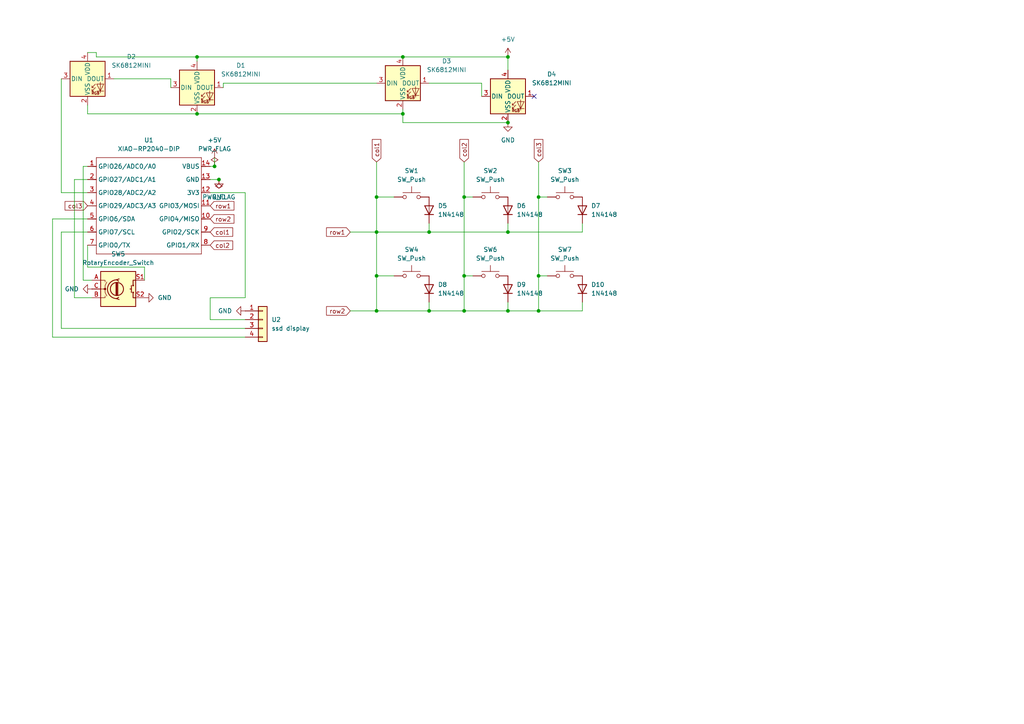
<source format=kicad_sch>
(kicad_sch
	(version 20250114)
	(generator "eeschema")
	(generator_version "9.0")
	(uuid "2f2c977e-4272-4846-96c4-fa0008bcd6fb")
	(paper "A4")
	(lib_symbols
		(symbol "Device:RotaryEncoder_Switch"
			(pin_names
				(offset 0.254)
				(hide yes)
			)
			(exclude_from_sim no)
			(in_bom yes)
			(on_board yes)
			(property "Reference" "SW"
				(at 0 6.604 0)
				(effects
					(font
						(size 1.27 1.27)
					)
				)
			)
			(property "Value" "RotaryEncoder_Switch"
				(at 0 -6.604 0)
				(effects
					(font
						(size 1.27 1.27)
					)
				)
			)
			(property "Footprint" ""
				(at -3.81 4.064 0)
				(effects
					(font
						(size 1.27 1.27)
					)
					(hide yes)
				)
			)
			(property "Datasheet" "~"
				(at 0 6.604 0)
				(effects
					(font
						(size 1.27 1.27)
					)
					(hide yes)
				)
			)
			(property "Description" "Rotary encoder, dual channel, incremental quadrate outputs, with switch"
				(at 0 0 0)
				(effects
					(font
						(size 1.27 1.27)
					)
					(hide yes)
				)
			)
			(property "ki_keywords" "rotary switch encoder switch push button"
				(at 0 0 0)
				(effects
					(font
						(size 1.27 1.27)
					)
					(hide yes)
				)
			)
			(property "ki_fp_filters" "RotaryEncoder*Switch*"
				(at 0 0 0)
				(effects
					(font
						(size 1.27 1.27)
					)
					(hide yes)
				)
			)
			(symbol "RotaryEncoder_Switch_0_1"
				(rectangle
					(start -5.08 5.08)
					(end 5.08 -5.08)
					(stroke
						(width 0.254)
						(type default)
					)
					(fill
						(type background)
					)
				)
				(polyline
					(pts
						(xy -5.08 2.54) (xy -3.81 2.54) (xy -3.81 2.032)
					)
					(stroke
						(width 0)
						(type default)
					)
					(fill
						(type none)
					)
				)
				(polyline
					(pts
						(xy -5.08 0) (xy -3.81 0) (xy -3.81 -1.016) (xy -3.302 -2.032)
					)
					(stroke
						(width 0)
						(type default)
					)
					(fill
						(type none)
					)
				)
				(polyline
					(pts
						(xy -5.08 -2.54) (xy -3.81 -2.54) (xy -3.81 -2.032)
					)
					(stroke
						(width 0)
						(type default)
					)
					(fill
						(type none)
					)
				)
				(polyline
					(pts
						(xy -4.318 0) (xy -3.81 0) (xy -3.81 1.016) (xy -3.302 2.032)
					)
					(stroke
						(width 0)
						(type default)
					)
					(fill
						(type none)
					)
				)
				(circle
					(center -3.81 0)
					(radius 0.254)
					(stroke
						(width 0)
						(type default)
					)
					(fill
						(type outline)
					)
				)
				(polyline
					(pts
						(xy -0.635 -1.778) (xy -0.635 1.778)
					)
					(stroke
						(width 0.254)
						(type default)
					)
					(fill
						(type none)
					)
				)
				(circle
					(center -0.381 0)
					(radius 1.905)
					(stroke
						(width 0.254)
						(type default)
					)
					(fill
						(type none)
					)
				)
				(polyline
					(pts
						(xy -0.381 -1.778) (xy -0.381 1.778)
					)
					(stroke
						(width 0.254)
						(type default)
					)
					(fill
						(type none)
					)
				)
				(arc
					(start -0.381 -2.794)
					(mid -3.0988 -0.0635)
					(end -0.381 2.667)
					(stroke
						(width 0.254)
						(type default)
					)
					(fill
						(type none)
					)
				)
				(polyline
					(pts
						(xy -0.127 1.778) (xy -0.127 -1.778)
					)
					(stroke
						(width 0.254)
						(type default)
					)
					(fill
						(type none)
					)
				)
				(polyline
					(pts
						(xy 0.254 2.921) (xy -0.508 2.667) (xy 0.127 2.286)
					)
					(stroke
						(width 0.254)
						(type default)
					)
					(fill
						(type none)
					)
				)
				(polyline
					(pts
						(xy 0.254 -3.048) (xy -0.508 -2.794) (xy 0.127 -2.413)
					)
					(stroke
						(width 0.254)
						(type default)
					)
					(fill
						(type none)
					)
				)
				(polyline
					(pts
						(xy 3.81 1.016) (xy 3.81 -1.016)
					)
					(stroke
						(width 0.254)
						(type default)
					)
					(fill
						(type none)
					)
				)
				(polyline
					(pts
						(xy 3.81 0) (xy 3.429 0)
					)
					(stroke
						(width 0.254)
						(type default)
					)
					(fill
						(type none)
					)
				)
				(circle
					(center 4.318 1.016)
					(radius 0.127)
					(stroke
						(width 0.254)
						(type default)
					)
					(fill
						(type none)
					)
				)
				(circle
					(center 4.318 -1.016)
					(radius 0.127)
					(stroke
						(width 0.254)
						(type default)
					)
					(fill
						(type none)
					)
				)
				(polyline
					(pts
						(xy 5.08 2.54) (xy 4.318 2.54) (xy 4.318 1.016)
					)
					(stroke
						(width 0.254)
						(type default)
					)
					(fill
						(type none)
					)
				)
				(polyline
					(pts
						(xy 5.08 -2.54) (xy 4.318 -2.54) (xy 4.318 -1.016)
					)
					(stroke
						(width 0.254)
						(type default)
					)
					(fill
						(type none)
					)
				)
			)
			(symbol "RotaryEncoder_Switch_1_1"
				(pin passive line
					(at -7.62 2.54 0)
					(length 2.54)
					(name "A"
						(effects
							(font
								(size 1.27 1.27)
							)
						)
					)
					(number "A"
						(effects
							(font
								(size 1.27 1.27)
							)
						)
					)
				)
				(pin passive line
					(at -7.62 0 0)
					(length 2.54)
					(name "C"
						(effects
							(font
								(size 1.27 1.27)
							)
						)
					)
					(number "C"
						(effects
							(font
								(size 1.27 1.27)
							)
						)
					)
				)
				(pin passive line
					(at -7.62 -2.54 0)
					(length 2.54)
					(name "B"
						(effects
							(font
								(size 1.27 1.27)
							)
						)
					)
					(number "B"
						(effects
							(font
								(size 1.27 1.27)
							)
						)
					)
				)
				(pin passive line
					(at 7.62 2.54 180)
					(length 2.54)
					(name "S1"
						(effects
							(font
								(size 1.27 1.27)
							)
						)
					)
					(number "S1"
						(effects
							(font
								(size 1.27 1.27)
							)
						)
					)
				)
				(pin passive line
					(at 7.62 -2.54 180)
					(length 2.54)
					(name "S2"
						(effects
							(font
								(size 1.27 1.27)
							)
						)
					)
					(number "S2"
						(effects
							(font
								(size 1.27 1.27)
							)
						)
					)
				)
			)
			(embedded_fonts no)
		)
		(symbol "Diode:1N4148"
			(pin_numbers
				(hide yes)
			)
			(pin_names
				(hide yes)
			)
			(exclude_from_sim no)
			(in_bom yes)
			(on_board yes)
			(property "Reference" "D"
				(at 0 2.54 0)
				(effects
					(font
						(size 1.27 1.27)
					)
				)
			)
			(property "Value" "1N4148"
				(at 0 -2.54 0)
				(effects
					(font
						(size 1.27 1.27)
					)
				)
			)
			(property "Footprint" "Diode_THT:D_DO-35_SOD27_P7.62mm_Horizontal"
				(at 0 0 0)
				(effects
					(font
						(size 1.27 1.27)
					)
					(hide yes)
				)
			)
			(property "Datasheet" "https://assets.nexperia.com/documents/data-sheet/1N4148_1N4448.pdf"
				(at 0 0 0)
				(effects
					(font
						(size 1.27 1.27)
					)
					(hide yes)
				)
			)
			(property "Description" "100V 0.15A standard switching diode, DO-35"
				(at 0 0 0)
				(effects
					(font
						(size 1.27 1.27)
					)
					(hide yes)
				)
			)
			(property "Sim.Device" "D"
				(at 0 0 0)
				(effects
					(font
						(size 1.27 1.27)
					)
					(hide yes)
				)
			)
			(property "Sim.Pins" "1=K 2=A"
				(at 0 0 0)
				(effects
					(font
						(size 1.27 1.27)
					)
					(hide yes)
				)
			)
			(property "ki_keywords" "diode"
				(at 0 0 0)
				(effects
					(font
						(size 1.27 1.27)
					)
					(hide yes)
				)
			)
			(property "ki_fp_filters" "D*DO?35*"
				(at 0 0 0)
				(effects
					(font
						(size 1.27 1.27)
					)
					(hide yes)
				)
			)
			(symbol "1N4148_0_1"
				(polyline
					(pts
						(xy -1.27 1.27) (xy -1.27 -1.27)
					)
					(stroke
						(width 0.254)
						(type default)
					)
					(fill
						(type none)
					)
				)
				(polyline
					(pts
						(xy 1.27 1.27) (xy 1.27 -1.27) (xy -1.27 0) (xy 1.27 1.27)
					)
					(stroke
						(width 0.254)
						(type default)
					)
					(fill
						(type none)
					)
				)
				(polyline
					(pts
						(xy 1.27 0) (xy -1.27 0)
					)
					(stroke
						(width 0)
						(type default)
					)
					(fill
						(type none)
					)
				)
			)
			(symbol "1N4148_1_1"
				(pin passive line
					(at -3.81 0 0)
					(length 2.54)
					(name "K"
						(effects
							(font
								(size 1.27 1.27)
							)
						)
					)
					(number "1"
						(effects
							(font
								(size 1.27 1.27)
							)
						)
					)
				)
				(pin passive line
					(at 3.81 0 180)
					(length 2.54)
					(name "A"
						(effects
							(font
								(size 1.27 1.27)
							)
						)
					)
					(number "2"
						(effects
							(font
								(size 1.27 1.27)
							)
						)
					)
				)
			)
			(embedded_fonts no)
		)
		(symbol "LED:SK6812MINI"
			(pin_names
				(offset 0.254)
			)
			(exclude_from_sim no)
			(in_bom yes)
			(on_board yes)
			(property "Reference" "D"
				(at 5.08 5.715 0)
				(effects
					(font
						(size 1.27 1.27)
					)
					(justify right bottom)
				)
			)
			(property "Value" "SK6812MINI"
				(at 1.27 -5.715 0)
				(effects
					(font
						(size 1.27 1.27)
					)
					(justify left top)
				)
			)
			(property "Footprint" "LED_SMD:LED_SK6812MINI_PLCC4_3.5x3.5mm_P1.75mm"
				(at 1.27 -7.62 0)
				(effects
					(font
						(size 1.27 1.27)
					)
					(justify left top)
					(hide yes)
				)
			)
			(property "Datasheet" "https://cdn-shop.adafruit.com/product-files/2686/SK6812MINI_REV.01-1-2.pdf"
				(at 2.54 -9.525 0)
				(effects
					(font
						(size 1.27 1.27)
					)
					(justify left top)
					(hide yes)
				)
			)
			(property "Description" "RGB LED with integrated controller"
				(at 0 0 0)
				(effects
					(font
						(size 1.27 1.27)
					)
					(hide yes)
				)
			)
			(property "ki_keywords" "RGB LED NeoPixel Mini addressable"
				(at 0 0 0)
				(effects
					(font
						(size 1.27 1.27)
					)
					(hide yes)
				)
			)
			(property "ki_fp_filters" "LED*SK6812MINI*PLCC*3.5x3.5mm*P1.75mm*"
				(at 0 0 0)
				(effects
					(font
						(size 1.27 1.27)
					)
					(hide yes)
				)
			)
			(symbol "SK6812MINI_0_0"
				(text "RGB"
					(at 2.286 -4.191 0)
					(effects
						(font
							(size 0.762 0.762)
						)
					)
				)
			)
			(symbol "SK6812MINI_0_1"
				(polyline
					(pts
						(xy 1.27 -2.54) (xy 1.778 -2.54)
					)
					(stroke
						(width 0)
						(type default)
					)
					(fill
						(type none)
					)
				)
				(polyline
					(pts
						(xy 1.27 -3.556) (xy 1.778 -3.556)
					)
					(stroke
						(width 0)
						(type default)
					)
					(fill
						(type none)
					)
				)
				(polyline
					(pts
						(xy 2.286 -1.524) (xy 1.27 -2.54) (xy 1.27 -2.032)
					)
					(stroke
						(width 0)
						(type default)
					)
					(fill
						(type none)
					)
				)
				(polyline
					(pts
						(xy 2.286 -2.54) (xy 1.27 -3.556) (xy 1.27 -3.048)
					)
					(stroke
						(width 0)
						(type default)
					)
					(fill
						(type none)
					)
				)
				(polyline
					(pts
						(xy 3.683 -1.016) (xy 3.683 -3.556) (xy 3.683 -4.064)
					)
					(stroke
						(width 0)
						(type default)
					)
					(fill
						(type none)
					)
				)
				(polyline
					(pts
						(xy 4.699 -1.524) (xy 2.667 -1.524) (xy 3.683 -3.556) (xy 4.699 -1.524)
					)
					(stroke
						(width 0)
						(type default)
					)
					(fill
						(type none)
					)
				)
				(polyline
					(pts
						(xy 4.699 -3.556) (xy 2.667 -3.556)
					)
					(stroke
						(width 0)
						(type default)
					)
					(fill
						(type none)
					)
				)
				(rectangle
					(start 5.08 5.08)
					(end -5.08 -5.08)
					(stroke
						(width 0.254)
						(type default)
					)
					(fill
						(type background)
					)
				)
			)
			(symbol "SK6812MINI_1_1"
				(pin input line
					(at -7.62 0 0)
					(length 2.54)
					(name "DIN"
						(effects
							(font
								(size 1.27 1.27)
							)
						)
					)
					(number "3"
						(effects
							(font
								(size 1.27 1.27)
							)
						)
					)
				)
				(pin power_in line
					(at 0 7.62 270)
					(length 2.54)
					(name "VDD"
						(effects
							(font
								(size 1.27 1.27)
							)
						)
					)
					(number "4"
						(effects
							(font
								(size 1.27 1.27)
							)
						)
					)
				)
				(pin power_in line
					(at 0 -7.62 90)
					(length 2.54)
					(name "VSS"
						(effects
							(font
								(size 1.27 1.27)
							)
						)
					)
					(number "2"
						(effects
							(font
								(size 1.27 1.27)
							)
						)
					)
				)
				(pin output line
					(at 7.62 0 180)
					(length 2.54)
					(name "DOUT"
						(effects
							(font
								(size 1.27 1.27)
							)
						)
					)
					(number "1"
						(effects
							(font
								(size 1.27 1.27)
							)
						)
					)
				)
			)
			(embedded_fonts no)
		)
		(symbol "OPL:XIAO-RP2040-DIP"
			(exclude_from_sim no)
			(in_bom yes)
			(on_board yes)
			(property "Reference" "U"
				(at 0 0 0)
				(effects
					(font
						(size 1.27 1.27)
					)
				)
			)
			(property "Value" "XIAO-RP2040-DIP"
				(at 5.334 -1.778 0)
				(effects
					(font
						(size 1.27 1.27)
					)
				)
			)
			(property "Footprint" "Module:MOUDLE14P-XIAO-DIP-SMD"
				(at 14.478 -32.258 0)
				(effects
					(font
						(size 1.27 1.27)
					)
					(hide yes)
				)
			)
			(property "Datasheet" ""
				(at 0 0 0)
				(effects
					(font
						(size 1.27 1.27)
					)
					(hide yes)
				)
			)
			(property "Description" ""
				(at 0 0 0)
				(effects
					(font
						(size 1.27 1.27)
					)
					(hide yes)
				)
			)
			(symbol "XIAO-RP2040-DIP_1_0"
				(polyline
					(pts
						(xy -1.27 -2.54) (xy 29.21 -2.54)
					)
					(stroke
						(width 0.1524)
						(type solid)
					)
					(fill
						(type none)
					)
				)
				(polyline
					(pts
						(xy -1.27 -5.08) (xy -2.54 -5.08)
					)
					(stroke
						(width 0.1524)
						(type solid)
					)
					(fill
						(type none)
					)
				)
				(polyline
					(pts
						(xy -1.27 -5.08) (xy -1.27 -2.54)
					)
					(stroke
						(width 0.1524)
						(type solid)
					)
					(fill
						(type none)
					)
				)
				(polyline
					(pts
						(xy -1.27 -8.89) (xy -2.54 -8.89)
					)
					(stroke
						(width 0.1524)
						(type solid)
					)
					(fill
						(type none)
					)
				)
				(polyline
					(pts
						(xy -1.27 -8.89) (xy -1.27 -5.08)
					)
					(stroke
						(width 0.1524)
						(type solid)
					)
					(fill
						(type none)
					)
				)
				(polyline
					(pts
						(xy -1.27 -12.7) (xy -2.54 -12.7)
					)
					(stroke
						(width 0.1524)
						(type solid)
					)
					(fill
						(type none)
					)
				)
				(polyline
					(pts
						(xy -1.27 -12.7) (xy -1.27 -8.89)
					)
					(stroke
						(width 0.1524)
						(type solid)
					)
					(fill
						(type none)
					)
				)
				(polyline
					(pts
						(xy -1.27 -16.51) (xy -2.54 -16.51)
					)
					(stroke
						(width 0.1524)
						(type solid)
					)
					(fill
						(type none)
					)
				)
				(polyline
					(pts
						(xy -1.27 -16.51) (xy -1.27 -12.7)
					)
					(stroke
						(width 0.1524)
						(type solid)
					)
					(fill
						(type none)
					)
				)
				(polyline
					(pts
						(xy -1.27 -20.32) (xy -2.54 -20.32)
					)
					(stroke
						(width 0.1524)
						(type solid)
					)
					(fill
						(type none)
					)
				)
				(polyline
					(pts
						(xy -1.27 -24.13) (xy -2.54 -24.13)
					)
					(stroke
						(width 0.1524)
						(type solid)
					)
					(fill
						(type none)
					)
				)
				(polyline
					(pts
						(xy -1.27 -27.94) (xy -2.54 -27.94)
					)
					(stroke
						(width 0.1524)
						(type solid)
					)
					(fill
						(type none)
					)
				)
				(polyline
					(pts
						(xy -1.27 -30.48) (xy -1.27 -16.51)
					)
					(stroke
						(width 0.1524)
						(type solid)
					)
					(fill
						(type none)
					)
				)
				(polyline
					(pts
						(xy 29.21 -2.54) (xy 29.21 -5.08)
					)
					(stroke
						(width 0.1524)
						(type solid)
					)
					(fill
						(type none)
					)
				)
				(polyline
					(pts
						(xy 29.21 -5.08) (xy 29.21 -8.89)
					)
					(stroke
						(width 0.1524)
						(type solid)
					)
					(fill
						(type none)
					)
				)
				(polyline
					(pts
						(xy 29.21 -8.89) (xy 29.21 -12.7)
					)
					(stroke
						(width 0.1524)
						(type solid)
					)
					(fill
						(type none)
					)
				)
				(polyline
					(pts
						(xy 29.21 -12.7) (xy 29.21 -30.48)
					)
					(stroke
						(width 0.1524)
						(type solid)
					)
					(fill
						(type none)
					)
				)
				(polyline
					(pts
						(xy 29.21 -30.48) (xy -1.27 -30.48)
					)
					(stroke
						(width 0.1524)
						(type solid)
					)
					(fill
						(type none)
					)
				)
				(polyline
					(pts
						(xy 30.48 -5.08) (xy 29.21 -5.08)
					)
					(stroke
						(width 0.1524)
						(type solid)
					)
					(fill
						(type none)
					)
				)
				(polyline
					(pts
						(xy 30.48 -8.89) (xy 29.21 -8.89)
					)
					(stroke
						(width 0.1524)
						(type solid)
					)
					(fill
						(type none)
					)
				)
				(polyline
					(pts
						(xy 30.48 -12.7) (xy 29.21 -12.7)
					)
					(stroke
						(width 0.1524)
						(type solid)
					)
					(fill
						(type none)
					)
				)
				(polyline
					(pts
						(xy 30.48 -16.51) (xy 29.21 -16.51)
					)
					(stroke
						(width 0.1524)
						(type solid)
					)
					(fill
						(type none)
					)
				)
				(polyline
					(pts
						(xy 30.48 -20.32) (xy 29.21 -20.32)
					)
					(stroke
						(width 0.1524)
						(type solid)
					)
					(fill
						(type none)
					)
				)
				(polyline
					(pts
						(xy 30.48 -24.13) (xy 29.21 -24.13)
					)
					(stroke
						(width 0.1524)
						(type solid)
					)
					(fill
						(type none)
					)
				)
				(polyline
					(pts
						(xy 30.48 -27.94) (xy 29.21 -27.94)
					)
					(stroke
						(width 0.1524)
						(type solid)
					)
					(fill
						(type none)
					)
				)
				(pin passive line
					(at -3.81 -5.08 0)
					(length 2.54)
					(name "GPIO26/ADC0/A0"
						(effects
							(font
								(size 1.27 1.27)
							)
						)
					)
					(number "1"
						(effects
							(font
								(size 1.27 1.27)
							)
						)
					)
				)
				(pin passive line
					(at -3.81 -8.89 0)
					(length 2.54)
					(name "GPIO27/ADC1/A1"
						(effects
							(font
								(size 1.27 1.27)
							)
						)
					)
					(number "2"
						(effects
							(font
								(size 1.27 1.27)
							)
						)
					)
				)
				(pin passive line
					(at -3.81 -12.7 0)
					(length 2.54)
					(name "GPIO28/ADC2/A2"
						(effects
							(font
								(size 1.27 1.27)
							)
						)
					)
					(number "3"
						(effects
							(font
								(size 1.27 1.27)
							)
						)
					)
				)
				(pin passive line
					(at -3.81 -16.51 0)
					(length 2.54)
					(name "GPIO29/ADC3/A3"
						(effects
							(font
								(size 1.27 1.27)
							)
						)
					)
					(number "4"
						(effects
							(font
								(size 1.27 1.27)
							)
						)
					)
				)
				(pin passive line
					(at -3.81 -20.32 0)
					(length 2.54)
					(name "GPIO6/SDA"
						(effects
							(font
								(size 1.27 1.27)
							)
						)
					)
					(number "5"
						(effects
							(font
								(size 1.27 1.27)
							)
						)
					)
				)
				(pin passive line
					(at -3.81 -24.13 0)
					(length 2.54)
					(name "GPIO7/SCL"
						(effects
							(font
								(size 1.27 1.27)
							)
						)
					)
					(number "6"
						(effects
							(font
								(size 1.27 1.27)
							)
						)
					)
				)
				(pin passive line
					(at -3.81 -27.94 0)
					(length 2.54)
					(name "GPIO0/TX"
						(effects
							(font
								(size 1.27 1.27)
							)
						)
					)
					(number "7"
						(effects
							(font
								(size 1.27 1.27)
							)
						)
					)
				)
				(pin passive line
					(at 31.75 -5.08 180)
					(length 2.54)
					(name "VBUS"
						(effects
							(font
								(size 1.27 1.27)
							)
						)
					)
					(number "14"
						(effects
							(font
								(size 1.27 1.27)
							)
						)
					)
				)
				(pin passive line
					(at 31.75 -8.89 180)
					(length 2.54)
					(name "GND"
						(effects
							(font
								(size 1.27 1.27)
							)
						)
					)
					(number "13"
						(effects
							(font
								(size 1.27 1.27)
							)
						)
					)
				)
				(pin passive line
					(at 31.75 -12.7 180)
					(length 2.54)
					(name "3V3"
						(effects
							(font
								(size 1.27 1.27)
							)
						)
					)
					(number "12"
						(effects
							(font
								(size 1.27 1.27)
							)
						)
					)
				)
				(pin passive line
					(at 31.75 -16.51 180)
					(length 2.54)
					(name "GPIO3/MOSI"
						(effects
							(font
								(size 1.27 1.27)
							)
						)
					)
					(number "11"
						(effects
							(font
								(size 1.27 1.27)
							)
						)
					)
				)
				(pin passive line
					(at 31.75 -20.32 180)
					(length 2.54)
					(name "GPIO4/MISO"
						(effects
							(font
								(size 1.27 1.27)
							)
						)
					)
					(number "10"
						(effects
							(font
								(size 1.27 1.27)
							)
						)
					)
				)
				(pin passive line
					(at 31.75 -24.13 180)
					(length 2.54)
					(name "GPIO2/SCK"
						(effects
							(font
								(size 1.27 1.27)
							)
						)
					)
					(number "9"
						(effects
							(font
								(size 1.27 1.27)
							)
						)
					)
				)
				(pin passive line
					(at 31.75 -27.94 180)
					(length 2.54)
					(name "GPIO1/RX"
						(effects
							(font
								(size 1.27 1.27)
							)
						)
					)
					(number "8"
						(effects
							(font
								(size 1.27 1.27)
							)
						)
					)
				)
			)
			(embedded_fonts no)
		)
		(symbol "Switch:SW_Push"
			(pin_numbers
				(hide yes)
			)
			(pin_names
				(offset 1.016)
				(hide yes)
			)
			(exclude_from_sim no)
			(in_bom yes)
			(on_board yes)
			(property "Reference" "SW"
				(at 1.27 2.54 0)
				(effects
					(font
						(size 1.27 1.27)
					)
					(justify left)
				)
			)
			(property "Value" "SW_Push"
				(at 0 -1.524 0)
				(effects
					(font
						(size 1.27 1.27)
					)
				)
			)
			(property "Footprint" ""
				(at 0 5.08 0)
				(effects
					(font
						(size 1.27 1.27)
					)
					(hide yes)
				)
			)
			(property "Datasheet" "~"
				(at 0 5.08 0)
				(effects
					(font
						(size 1.27 1.27)
					)
					(hide yes)
				)
			)
			(property "Description" "Push button switch, generic, two pins"
				(at 0 0 0)
				(effects
					(font
						(size 1.27 1.27)
					)
					(hide yes)
				)
			)
			(property "ki_keywords" "switch normally-open pushbutton push-button"
				(at 0 0 0)
				(effects
					(font
						(size 1.27 1.27)
					)
					(hide yes)
				)
			)
			(symbol "SW_Push_0_1"
				(circle
					(center -2.032 0)
					(radius 0.508)
					(stroke
						(width 0)
						(type default)
					)
					(fill
						(type none)
					)
				)
				(polyline
					(pts
						(xy 0 1.27) (xy 0 3.048)
					)
					(stroke
						(width 0)
						(type default)
					)
					(fill
						(type none)
					)
				)
				(circle
					(center 2.032 0)
					(radius 0.508)
					(stroke
						(width 0)
						(type default)
					)
					(fill
						(type none)
					)
				)
				(polyline
					(pts
						(xy 2.54 1.27) (xy -2.54 1.27)
					)
					(stroke
						(width 0)
						(type default)
					)
					(fill
						(type none)
					)
				)
				(pin passive line
					(at -5.08 0 0)
					(length 2.54)
					(name "1"
						(effects
							(font
								(size 1.27 1.27)
							)
						)
					)
					(number "1"
						(effects
							(font
								(size 1.27 1.27)
							)
						)
					)
				)
				(pin passive line
					(at 5.08 0 180)
					(length 2.54)
					(name "2"
						(effects
							(font
								(size 1.27 1.27)
							)
						)
					)
					(number "2"
						(effects
							(font
								(size 1.27 1.27)
							)
						)
					)
				)
			)
			(embedded_fonts no)
		)
		(symbol "display:Conn_01x04"
			(pin_names
				(offset 1.016)
				(hide yes)
			)
			(exclude_from_sim no)
			(in_bom yes)
			(on_board yes)
			(property "Reference" "U2"
				(at 2.54 0.0001 0)
				(effects
					(font
						(size 1.27 1.27)
					)
					(justify left)
				)
			)
			(property "Value" "~"
				(at 2.54 -2.5399 0)
				(effects
					(font
						(size 1.27 1.27)
					)
					(justify left)
				)
			)
			(property "Footprint" "display:SSD1306-0.91-OLED-4pin-128x32"
				(at 1.27 -10.414 0)
				(effects
					(font
						(size 1.27 1.27)
					)
					(hide yes)
				)
			)
			(property "Datasheet" "~"
				(at 0 0 0)
				(effects
					(font
						(size 1.27 1.27)
					)
					(hide yes)
				)
			)
			(property "Description" "Generic connector, single row, 01x04, script generated (kicad-library-utils/schlib/autogen/connector/)"
				(at 0 -4.318 0)
				(effects
					(font
						(size 1.27 1.27)
					)
					(hide yes)
				)
			)
			(property "ki_keywords" "connector"
				(at 0 0 0)
				(effects
					(font
						(size 1.27 1.27)
					)
					(hide yes)
				)
			)
			(property "ki_fp_filters" "Connector*:*_1x??_*"
				(at 0 0 0)
				(effects
					(font
						(size 1.27 1.27)
					)
					(hide yes)
				)
			)
			(symbol "Conn_01x04_1_1"
				(rectangle
					(start -1.27 3.81)
					(end 1.27 -6.35)
					(stroke
						(width 0.254)
						(type default)
					)
					(fill
						(type background)
					)
				)
				(rectangle
					(start -1.27 2.667)
					(end 0 2.413)
					(stroke
						(width 0.1524)
						(type default)
					)
					(fill
						(type none)
					)
				)
				(rectangle
					(start -1.27 0.127)
					(end 0 -0.127)
					(stroke
						(width 0.1524)
						(type default)
					)
					(fill
						(type none)
					)
				)
				(rectangle
					(start -1.27 -2.413)
					(end 0 -2.667)
					(stroke
						(width 0.1524)
						(type default)
					)
					(fill
						(type none)
					)
				)
				(rectangle
					(start -1.27 -4.953)
					(end 0 -5.207)
					(stroke
						(width 0.1524)
						(type default)
					)
					(fill
						(type none)
					)
				)
				(pin passive line
					(at -5.08 2.54 0)
					(length 3.81)
					(name "GND"
						(effects
							(font
								(size 1.27 1.27)
							)
						)
					)
					(number "1"
						(effects
							(font
								(size 1.27 1.27)
							)
						)
					)
				)
				(pin passive line
					(at -5.08 0 0)
					(length 3.81)
					(name "VCC"
						(effects
							(font
								(size 1.27 1.27)
							)
						)
					)
					(number "2"
						(effects
							(font
								(size 1.27 1.27)
							)
						)
					)
				)
				(pin passive line
					(at -5.08 -2.54 0)
					(length 3.81)
					(name "SCL"
						(effects
							(font
								(size 1.27 1.27)
							)
						)
					)
					(number "3"
						(effects
							(font
								(size 1.27 1.27)
							)
						)
					)
				)
				(pin passive line
					(at -5.08 -5.08 0)
					(length 3.81)
					(name "SDA"
						(effects
							(font
								(size 1.27 1.27)
							)
						)
					)
					(number "4"
						(effects
							(font
								(size 1.27 1.27)
							)
						)
					)
				)
			)
			(embedded_fonts no)
		)
		(symbol "power:+5V"
			(power)
			(pin_numbers
				(hide yes)
			)
			(pin_names
				(offset 0)
				(hide yes)
			)
			(exclude_from_sim no)
			(in_bom yes)
			(on_board yes)
			(property "Reference" "#PWR"
				(at 0 -3.81 0)
				(effects
					(font
						(size 1.27 1.27)
					)
					(hide yes)
				)
			)
			(property "Value" "+5V"
				(at 0 3.556 0)
				(effects
					(font
						(size 1.27 1.27)
					)
				)
			)
			(property "Footprint" ""
				(at 0 0 0)
				(effects
					(font
						(size 1.27 1.27)
					)
					(hide yes)
				)
			)
			(property "Datasheet" ""
				(at 0 0 0)
				(effects
					(font
						(size 1.27 1.27)
					)
					(hide yes)
				)
			)
			(property "Description" "Power symbol creates a global label with name \"+5V\""
				(at 0 0 0)
				(effects
					(font
						(size 1.27 1.27)
					)
					(hide yes)
				)
			)
			(property "ki_keywords" "global power"
				(at 0 0 0)
				(effects
					(font
						(size 1.27 1.27)
					)
					(hide yes)
				)
			)
			(symbol "+5V_0_1"
				(polyline
					(pts
						(xy -0.762 1.27) (xy 0 2.54)
					)
					(stroke
						(width 0)
						(type default)
					)
					(fill
						(type none)
					)
				)
				(polyline
					(pts
						(xy 0 2.54) (xy 0.762 1.27)
					)
					(stroke
						(width 0)
						(type default)
					)
					(fill
						(type none)
					)
				)
				(polyline
					(pts
						(xy 0 0) (xy 0 2.54)
					)
					(stroke
						(width 0)
						(type default)
					)
					(fill
						(type none)
					)
				)
			)
			(symbol "+5V_1_1"
				(pin power_in line
					(at 0 0 90)
					(length 0)
					(name "~"
						(effects
							(font
								(size 1.27 1.27)
							)
						)
					)
					(number "1"
						(effects
							(font
								(size 1.27 1.27)
							)
						)
					)
				)
			)
			(embedded_fonts no)
		)
		(symbol "power:GND"
			(power)
			(pin_numbers
				(hide yes)
			)
			(pin_names
				(offset 0)
				(hide yes)
			)
			(exclude_from_sim no)
			(in_bom yes)
			(on_board yes)
			(property "Reference" "#PWR"
				(at 0 -6.35 0)
				(effects
					(font
						(size 1.27 1.27)
					)
					(hide yes)
				)
			)
			(property "Value" "GND"
				(at 0 -3.81 0)
				(effects
					(font
						(size 1.27 1.27)
					)
				)
			)
			(property "Footprint" ""
				(at 0 0 0)
				(effects
					(font
						(size 1.27 1.27)
					)
					(hide yes)
				)
			)
			(property "Datasheet" ""
				(at 0 0 0)
				(effects
					(font
						(size 1.27 1.27)
					)
					(hide yes)
				)
			)
			(property "Description" "Power symbol creates a global label with name \"GND\" , ground"
				(at 0 0 0)
				(effects
					(font
						(size 1.27 1.27)
					)
					(hide yes)
				)
			)
			(property "ki_keywords" "global power"
				(at 0 0 0)
				(effects
					(font
						(size 1.27 1.27)
					)
					(hide yes)
				)
			)
			(symbol "GND_0_1"
				(polyline
					(pts
						(xy 0 0) (xy 0 -1.27) (xy 1.27 -1.27) (xy 0 -2.54) (xy -1.27 -1.27) (xy 0 -1.27)
					)
					(stroke
						(width 0)
						(type default)
					)
					(fill
						(type none)
					)
				)
			)
			(symbol "GND_1_1"
				(pin power_in line
					(at 0 0 270)
					(length 0)
					(name "~"
						(effects
							(font
								(size 1.27 1.27)
							)
						)
					)
					(number "1"
						(effects
							(font
								(size 1.27 1.27)
							)
						)
					)
				)
			)
			(embedded_fonts no)
		)
		(symbol "power:PWR_FLAG"
			(power)
			(pin_numbers
				(hide yes)
			)
			(pin_names
				(offset 0)
				(hide yes)
			)
			(exclude_from_sim no)
			(in_bom yes)
			(on_board yes)
			(property "Reference" "#FLG"
				(at 0 1.905 0)
				(effects
					(font
						(size 1.27 1.27)
					)
					(hide yes)
				)
			)
			(property "Value" "PWR_FLAG"
				(at 0 3.81 0)
				(effects
					(font
						(size 1.27 1.27)
					)
				)
			)
			(property "Footprint" ""
				(at 0 0 0)
				(effects
					(font
						(size 1.27 1.27)
					)
					(hide yes)
				)
			)
			(property "Datasheet" "~"
				(at 0 0 0)
				(effects
					(font
						(size 1.27 1.27)
					)
					(hide yes)
				)
			)
			(property "Description" "Special symbol for telling ERC where power comes from"
				(at 0 0 0)
				(effects
					(font
						(size 1.27 1.27)
					)
					(hide yes)
				)
			)
			(property "ki_keywords" "flag power"
				(at 0 0 0)
				(effects
					(font
						(size 1.27 1.27)
					)
					(hide yes)
				)
			)
			(symbol "PWR_FLAG_0_0"
				(pin power_out line
					(at 0 0 90)
					(length 0)
					(name "~"
						(effects
							(font
								(size 1.27 1.27)
							)
						)
					)
					(number "1"
						(effects
							(font
								(size 1.27 1.27)
							)
						)
					)
				)
			)
			(symbol "PWR_FLAG_0_1"
				(polyline
					(pts
						(xy 0 0) (xy 0 1.27) (xy -1.016 1.905) (xy 0 2.54) (xy 1.016 1.905) (xy 0 1.27)
					)
					(stroke
						(width 0)
						(type default)
					)
					(fill
						(type none)
					)
				)
			)
			(embedded_fonts no)
		)
	)
	(junction
		(at 156.21 90.17)
		(diameter 0)
		(color 0 0 0 0)
		(uuid "058625fd-93f3-4316-b861-e2babbdbc2d2")
	)
	(junction
		(at 109.22 67.31)
		(diameter 0)
		(color 0 0 0 0)
		(uuid "0e7c4858-0990-468d-9655-1fbb2752bf1f")
	)
	(junction
		(at 57.15 16.51)
		(diameter 0)
		(color 0 0 0 0)
		(uuid "1c53aff5-54ef-420d-9fe9-95b602526479")
	)
	(junction
		(at 109.22 80.01)
		(diameter 0)
		(color 0 0 0 0)
		(uuid "25b07f09-c1ef-45aa-a1ff-a57710aa9ff5")
	)
	(junction
		(at 147.32 90.17)
		(diameter 0)
		(color 0 0 0 0)
		(uuid "5434ec99-2f62-47ae-a7c7-f236617caae5")
	)
	(junction
		(at 147.32 35.56)
		(diameter 0)
		(color 0 0 0 0)
		(uuid "5a55ac24-eca0-42dd-a347-478ac56f0769")
	)
	(junction
		(at 109.22 90.17)
		(diameter 0)
		(color 0 0 0 0)
		(uuid "5f417337-1a3e-4e99-9525-55ac28493481")
	)
	(junction
		(at 156.21 57.15)
		(diameter 0)
		(color 0 0 0 0)
		(uuid "6d9085ea-42b6-4ce9-836a-d60997269871")
	)
	(junction
		(at 147.32 67.31)
		(diameter 0)
		(color 0 0 0 0)
		(uuid "80d783be-23fe-4498-9aa9-9e9217dd41c9")
	)
	(junction
		(at 63.5 52.07)
		(diameter 0)
		(color 0 0 0 0)
		(uuid "85470cfc-be5f-4f26-b54f-e667976d8c3b")
	)
	(junction
		(at 116.84 33.02)
		(diameter 0)
		(color 0 0 0 0)
		(uuid "87715ac1-64ce-438a-a780-404f5c3fc9ec")
	)
	(junction
		(at 109.22 57.15)
		(diameter 0)
		(color 0 0 0 0)
		(uuid "9d7a1e83-aa07-40bd-b4d1-c27b7378ce6a")
	)
	(junction
		(at 134.62 90.17)
		(diameter 0)
		(color 0 0 0 0)
		(uuid "9d7beac2-8bd4-4d58-9d01-d907a1f7b251")
	)
	(junction
		(at 134.62 57.15)
		(diameter 0)
		(color 0 0 0 0)
		(uuid "a129c258-1eae-4b62-8f8a-5e18e32c7abe")
	)
	(junction
		(at 124.46 67.31)
		(diameter 0)
		(color 0 0 0 0)
		(uuid "a451fe53-3413-4cda-9942-66016874b7aa")
	)
	(junction
		(at 62.23 48.26)
		(diameter 0)
		(color 0 0 0 0)
		(uuid "a73c2211-c986-47a1-ae6e-cf2da5213dad")
	)
	(junction
		(at 57.15 33.02)
		(diameter 0)
		(color 0 0 0 0)
		(uuid "bb00e431-7019-466e-93ad-7eb6873328ad")
	)
	(junction
		(at 156.21 80.01)
		(diameter 0)
		(color 0 0 0 0)
		(uuid "d4fca57a-a87d-4e27-8ef0-24eb68dc0d99")
	)
	(junction
		(at 124.46 90.17)
		(diameter 0)
		(color 0 0 0 0)
		(uuid "d6fe0260-ffcc-4691-91c1-f69f623991b4")
	)
	(junction
		(at 134.62 80.01)
		(diameter 0)
		(color 0 0 0 0)
		(uuid "df413a56-3f59-4fa0-8721-7a73d6b40873")
	)
	(junction
		(at 116.84 16.51)
		(diameter 0)
		(color 0 0 0 0)
		(uuid "ed728f9d-3f91-4d3f-83a6-827de78273f1")
	)
	(junction
		(at 147.32 16.51)
		(diameter 0)
		(color 0 0 0 0)
		(uuid "f8adbd96-b595-4bf0-8fdc-4bed409fe5f5")
	)
	(no_connect
		(at 154.94 27.94)
		(uuid "ce250932-ee04-438a-a5f9-ecb44ac30785")
	)
	(wire
		(pts
			(xy 137.16 80.01) (xy 134.62 80.01)
		)
		(stroke
			(width 0)
			(type default)
		)
		(uuid "02b7b6e2-5c00-4a67-8fa4-2e967ad5c8fe")
	)
	(wire
		(pts
			(xy 71.12 97.79) (xy 15.24 97.79)
		)
		(stroke
			(width 0)
			(type default)
		)
		(uuid "071b39a7-510e-426e-925d-51eb6b119154")
	)
	(wire
		(pts
			(xy 17.78 95.25) (xy 17.78 67.31)
		)
		(stroke
			(width 0)
			(type default)
		)
		(uuid "0732c0a9-3752-4fb6-b67c-eac733980c20")
	)
	(wire
		(pts
			(xy 134.62 46.99) (xy 134.62 57.15)
		)
		(stroke
			(width 0)
			(type default)
		)
		(uuid "0e8a76bf-259d-49a9-b2a9-d65b7fa420f0")
	)
	(wire
		(pts
			(xy 124.46 24.13) (xy 139.7 24.13)
		)
		(stroke
			(width 0)
			(type default)
		)
		(uuid "0fa84ba6-31f1-4d7c-9afa-e663029e0bc6")
	)
	(wire
		(pts
			(xy 116.84 16.51) (xy 147.32 16.51)
		)
		(stroke
			(width 0)
			(type default)
		)
		(uuid "1333d800-9bd4-4468-b671-7bcbb1c02990")
	)
	(wire
		(pts
			(xy 49.53 22.86) (xy 49.53 25.4)
		)
		(stroke
			(width 0)
			(type default)
		)
		(uuid "1702a217-68a0-46b7-9468-e2c3e052b52b")
	)
	(wire
		(pts
			(xy 62.23 45.72) (xy 62.23 48.26)
		)
		(stroke
			(width 0)
			(type default)
		)
		(uuid "1b638cda-81d3-4057-9873-f0d6e13e2349")
	)
	(wire
		(pts
			(xy 60.96 48.26) (xy 62.23 48.26)
		)
		(stroke
			(width 0)
			(type default)
		)
		(uuid "23073a60-d00a-4daa-8093-fe01673046ad")
	)
	(wire
		(pts
			(xy 15.24 63.5) (xy 25.4 63.5)
		)
		(stroke
			(width 0)
			(type default)
		)
		(uuid "25be8422-2d5f-45eb-8c39-ff207615bf2e")
	)
	(wire
		(pts
			(xy 109.22 67.31) (xy 124.46 67.31)
		)
		(stroke
			(width 0)
			(type default)
		)
		(uuid "264d364e-d8d0-4062-990d-80ab7ce3b8f0")
	)
	(wire
		(pts
			(xy 147.32 90.17) (xy 156.21 90.17)
		)
		(stroke
			(width 0)
			(type default)
		)
		(uuid "28df9474-6447-4fea-95a9-577e0a33fed9")
	)
	(wire
		(pts
			(xy 139.7 24.13) (xy 139.7 27.94)
		)
		(stroke
			(width 0)
			(type default)
		)
		(uuid "2ea4d2ad-da62-44de-8ea6-f2e6a5689847")
	)
	(wire
		(pts
			(xy 147.32 67.31) (xy 147.32 64.77)
		)
		(stroke
			(width 0)
			(type default)
		)
		(uuid "2f19bc52-15bf-48c1-a44a-9f5e30774085")
	)
	(wire
		(pts
			(xy 156.21 80.01) (xy 156.21 90.17)
		)
		(stroke
			(width 0)
			(type default)
		)
		(uuid "35ca2fe7-d6b7-4c5e-86a6-83c2e3c79733")
	)
	(wire
		(pts
			(xy 57.15 33.02) (xy 116.84 33.02)
		)
		(stroke
			(width 0)
			(type default)
		)
		(uuid "38235e77-78fa-40cd-ab04-cdc7c0f1110e")
	)
	(wire
		(pts
			(xy 124.46 67.31) (xy 147.32 67.31)
		)
		(stroke
			(width 0)
			(type default)
		)
		(uuid "3db4cf69-bd90-4d27-b3d9-d25403f47e58")
	)
	(wire
		(pts
			(xy 41.91 77.47) (xy 25.4 77.47)
		)
		(stroke
			(width 0)
			(type default)
		)
		(uuid "40a5431a-e460-45ff-8122-c677076d7b00")
	)
	(wire
		(pts
			(xy 17.78 67.31) (xy 25.4 67.31)
		)
		(stroke
			(width 0)
			(type default)
		)
		(uuid "41e197cd-3501-4f64-9935-28d655ee1392")
	)
	(wire
		(pts
			(xy 109.22 46.99) (xy 109.22 57.15)
		)
		(stroke
			(width 0)
			(type default)
		)
		(uuid "4227a6f2-1a8a-46d7-8e2f-dbf609689651")
	)
	(wire
		(pts
			(xy 156.21 80.01) (xy 156.21 57.15)
		)
		(stroke
			(width 0)
			(type default)
		)
		(uuid "4b324dcc-143d-46c6-bd33-7d6fc8d8a60f")
	)
	(wire
		(pts
			(xy 60.96 92.71) (xy 60.96 86.36)
		)
		(stroke
			(width 0)
			(type default)
		)
		(uuid "4bbb5cb3-1daf-4001-abe4-072d6466c0d3")
	)
	(wire
		(pts
			(xy 27.94 16.51) (xy 27.94 15.24)
		)
		(stroke
			(width 0)
			(type default)
		)
		(uuid "4dad6457-95a3-4998-90cb-2a4b1be0269e")
	)
	(wire
		(pts
			(xy 27.94 15.24) (xy 25.4 15.24)
		)
		(stroke
			(width 0)
			(type default)
		)
		(uuid "50f1eeff-591e-4fb4-8420-298a354c041a")
	)
	(wire
		(pts
			(xy 124.46 90.17) (xy 134.62 90.17)
		)
		(stroke
			(width 0)
			(type default)
		)
		(uuid "510a030b-795f-4c83-ab3e-a32781c4a70d")
	)
	(wire
		(pts
			(xy 109.22 90.17) (xy 124.46 90.17)
		)
		(stroke
			(width 0)
			(type default)
		)
		(uuid "51f20a39-66c0-4144-84e2-b003e6b00cc1")
	)
	(wire
		(pts
			(xy 147.32 87.63) (xy 147.32 90.17)
		)
		(stroke
			(width 0)
			(type default)
		)
		(uuid "54471902-c4a8-4895-b80b-4eea021f7336")
	)
	(wire
		(pts
			(xy 109.22 57.15) (xy 109.22 67.31)
		)
		(stroke
			(width 0)
			(type default)
		)
		(uuid "5abdd41f-8362-4916-8087-a150dc7feeef")
	)
	(wire
		(pts
			(xy 156.21 57.15) (xy 158.75 57.15)
		)
		(stroke
			(width 0)
			(type default)
		)
		(uuid "5d655a89-22bf-40c1-8cde-7a7c2eae42e7")
	)
	(wire
		(pts
			(xy 134.62 90.17) (xy 147.32 90.17)
		)
		(stroke
			(width 0)
			(type default)
		)
		(uuid "66eb2337-51dd-4493-bb02-b52aca17ed82")
	)
	(wire
		(pts
			(xy 24.13 48.26) (xy 25.4 48.26)
		)
		(stroke
			(width 0)
			(type default)
		)
		(uuid "728078c4-2824-4bb5-8a5e-6b100fa30dfe")
	)
	(wire
		(pts
			(xy 57.15 16.51) (xy 116.84 16.51)
		)
		(stroke
			(width 0)
			(type default)
		)
		(uuid "73c95101-0aca-43ff-aca1-4db5996490d3")
	)
	(wire
		(pts
			(xy 57.15 16.51) (xy 57.15 17.78)
		)
		(stroke
			(width 0)
			(type default)
		)
		(uuid "745b7954-a509-4784-8cb4-99e3caa9a352")
	)
	(wire
		(pts
			(xy 134.62 57.15) (xy 134.62 80.01)
		)
		(stroke
			(width 0)
			(type default)
		)
		(uuid "7678da91-5601-4cf1-ad9e-f5c48e30ebea")
	)
	(wire
		(pts
			(xy 60.96 52.07) (xy 63.5 52.07)
		)
		(stroke
			(width 0)
			(type default)
		)
		(uuid "76da3629-e11b-46ce-999f-1aa9da2725d7")
	)
	(wire
		(pts
			(xy 116.84 31.75) (xy 116.84 33.02)
		)
		(stroke
			(width 0)
			(type default)
		)
		(uuid "7725d015-ad8b-419b-8141-af572f266245")
	)
	(wire
		(pts
			(xy 168.91 87.63) (xy 168.91 90.17)
		)
		(stroke
			(width 0)
			(type default)
		)
		(uuid "772a9063-8b16-4971-bee3-1c1b4cbaa228")
	)
	(wire
		(pts
			(xy 134.62 57.15) (xy 137.16 57.15)
		)
		(stroke
			(width 0)
			(type default)
		)
		(uuid "7a068b7f-9c31-4389-968e-c4b1a700979a")
	)
	(wire
		(pts
			(xy 109.22 80.01) (xy 114.3 80.01)
		)
		(stroke
			(width 0)
			(type default)
		)
		(uuid "7a0c7fa7-7cbc-4ebc-b78a-4a3b2d3b3879")
	)
	(wire
		(pts
			(xy 64.77 25.4) (xy 64.77 24.13)
		)
		(stroke
			(width 0)
			(type default)
		)
		(uuid "7c80490d-353e-4416-8334-44405ec72b6c")
	)
	(wire
		(pts
			(xy 147.32 67.31) (xy 168.91 67.31)
		)
		(stroke
			(width 0)
			(type default)
		)
		(uuid "842fa7dc-9e43-469d-8b7c-f86c2a9d668e")
	)
	(wire
		(pts
			(xy 64.77 24.13) (xy 109.22 24.13)
		)
		(stroke
			(width 0)
			(type default)
		)
		(uuid "87343de7-3623-4a14-bfb3-dd5fa73a9920")
	)
	(wire
		(pts
			(xy 15.24 97.79) (xy 15.24 63.5)
		)
		(stroke
			(width 0)
			(type default)
		)
		(uuid "89e72157-c0d4-4c1f-9cb7-67ae44c72e2b")
	)
	(wire
		(pts
			(xy 25.4 71.12) (xy 25.4 77.47)
		)
		(stroke
			(width 0)
			(type default)
		)
		(uuid "8c4d98fc-0495-4b5e-bb30-b39b949364af")
	)
	(wire
		(pts
			(xy 71.12 92.71) (xy 60.96 92.71)
		)
		(stroke
			(width 0)
			(type default)
		)
		(uuid "8ed850f8-8d94-4ce0-8967-61ba6dd910c1")
	)
	(wire
		(pts
			(xy 109.22 67.31) (xy 109.22 80.01)
		)
		(stroke
			(width 0)
			(type default)
		)
		(uuid "9055439d-e20d-44cd-acc8-3343622c5a59")
	)
	(wire
		(pts
			(xy 71.12 86.36) (xy 71.12 55.88)
		)
		(stroke
			(width 0)
			(type default)
		)
		(uuid "9610eac9-4a05-4b2b-98d0-8c971dec57e3")
	)
	(wire
		(pts
			(xy 134.62 80.01) (xy 134.62 90.17)
		)
		(stroke
			(width 0)
			(type default)
		)
		(uuid "97d43a4d-086f-48e1-82a3-da641650e6ac")
	)
	(wire
		(pts
			(xy 41.91 81.28) (xy 41.91 77.47)
		)
		(stroke
			(width 0)
			(type default)
		)
		(uuid "989532fc-5a0e-48e6-8154-6a9797015cd8")
	)
	(wire
		(pts
			(xy 147.32 16.51) (xy 147.32 20.32)
		)
		(stroke
			(width 0)
			(type default)
		)
		(uuid "9d23a94e-de25-4bef-bd80-dadfccd1b225")
	)
	(wire
		(pts
			(xy 26.67 86.36) (xy 21.59 86.36)
		)
		(stroke
			(width 0)
			(type default)
		)
		(uuid "9dcd9c1f-88cd-4af7-9116-2c923dde1876")
	)
	(wire
		(pts
			(xy 17.78 22.86) (xy 17.78 55.88)
		)
		(stroke
			(width 0)
			(type default)
		)
		(uuid "a4e9aaae-5915-4486-8c5b-5bb2742c7193")
	)
	(wire
		(pts
			(xy 26.67 81.28) (xy 24.13 81.28)
		)
		(stroke
			(width 0)
			(type default)
		)
		(uuid "a6955fb2-b7c2-4df6-bdf5-57428899efba")
	)
	(wire
		(pts
			(xy 33.02 22.86) (xy 49.53 22.86)
		)
		(stroke
			(width 0)
			(type default)
		)
		(uuid "aa3796b5-7540-41d8-93b2-ff0f38847a9f")
	)
	(wire
		(pts
			(xy 25.4 33.02) (xy 57.15 33.02)
		)
		(stroke
			(width 0)
			(type default)
		)
		(uuid "aca66bfb-a6ad-4c6e-923d-c3cbea7618a4")
	)
	(wire
		(pts
			(xy 109.22 80.01) (xy 109.22 90.17)
		)
		(stroke
			(width 0)
			(type default)
		)
		(uuid "af69f85c-2b76-4916-88c6-ea5d03418747")
	)
	(wire
		(pts
			(xy 25.4 30.48) (xy 25.4 33.02)
		)
		(stroke
			(width 0)
			(type default)
		)
		(uuid "b6a65765-459a-48db-8405-db7eb74a43db")
	)
	(wire
		(pts
			(xy 71.12 95.25) (xy 17.78 95.25)
		)
		(stroke
			(width 0)
			(type default)
		)
		(uuid "c1a44497-527b-471d-ae1f-7cda1dbdf1c1")
	)
	(wire
		(pts
			(xy 124.46 64.77) (xy 124.46 67.31)
		)
		(stroke
			(width 0)
			(type default)
		)
		(uuid "c3fdfca2-681e-4e7b-8fbc-44ebcec20704")
	)
	(wire
		(pts
			(xy 101.6 67.31) (xy 109.22 67.31)
		)
		(stroke
			(width 0)
			(type default)
		)
		(uuid "c55d5a11-7acf-479c-b626-1d422cf06f4b")
	)
	(wire
		(pts
			(xy 168.91 64.77) (xy 168.91 67.31)
		)
		(stroke
			(width 0)
			(type default)
		)
		(uuid "cfe04648-48ff-4d95-b7bc-a2c1d61d6f05")
	)
	(wire
		(pts
			(xy 116.84 35.56) (xy 147.32 35.56)
		)
		(stroke
			(width 0)
			(type default)
		)
		(uuid "d2a16830-786a-4ecf-9686-553426a5248c")
	)
	(wire
		(pts
			(xy 57.15 16.51) (xy 27.94 16.51)
		)
		(stroke
			(width 0)
			(type default)
		)
		(uuid "db29197e-0303-496c-94c4-d9fcededf2b5")
	)
	(wire
		(pts
			(xy 21.59 52.07) (xy 25.4 52.07)
		)
		(stroke
			(width 0)
			(type default)
		)
		(uuid "dc284718-011f-4312-b13d-9331bd46511f")
	)
	(wire
		(pts
			(xy 101.6 90.17) (xy 109.22 90.17)
		)
		(stroke
			(width 0)
			(type default)
		)
		(uuid "e0891945-1737-42bf-a218-14719fd3cf2e")
	)
	(wire
		(pts
			(xy 158.75 80.01) (xy 156.21 80.01)
		)
		(stroke
			(width 0)
			(type default)
		)
		(uuid "e20cff28-8329-46ae-8366-f44777b93c42")
	)
	(wire
		(pts
			(xy 60.96 86.36) (xy 71.12 86.36)
		)
		(stroke
			(width 0)
			(type default)
		)
		(uuid "e217f19e-968d-4718-90a5-001561d8fb53")
	)
	(wire
		(pts
			(xy 17.78 55.88) (xy 25.4 55.88)
		)
		(stroke
			(width 0)
			(type default)
		)
		(uuid "e4b72db2-b8b2-4ca9-a038-726220a06277")
	)
	(wire
		(pts
			(xy 156.21 90.17) (xy 168.91 90.17)
		)
		(stroke
			(width 0)
			(type default)
		)
		(uuid "eb47800e-4798-4611-98a5-6b8cc7eb17e0")
	)
	(wire
		(pts
			(xy 124.46 87.63) (xy 124.46 90.17)
		)
		(stroke
			(width 0)
			(type default)
		)
		(uuid "ee2a85db-e820-4bf8-93b5-fc7991d7de9a")
	)
	(wire
		(pts
			(xy 116.84 33.02) (xy 116.84 35.56)
		)
		(stroke
			(width 0)
			(type default)
		)
		(uuid "ee5702ee-b5d8-4745-ab09-ef0afa269cb0")
	)
	(wire
		(pts
			(xy 71.12 55.88) (xy 60.96 55.88)
		)
		(stroke
			(width 0)
			(type default)
		)
		(uuid "eed652da-0606-4c0a-b93c-2057cd04df2d")
	)
	(wire
		(pts
			(xy 156.21 46.99) (xy 156.21 57.15)
		)
		(stroke
			(width 0)
			(type default)
		)
		(uuid "f240fe8d-0012-430c-bb4a-f0acc67483d6")
	)
	(wire
		(pts
			(xy 114.3 57.15) (xy 109.22 57.15)
		)
		(stroke
			(width 0)
			(type default)
		)
		(uuid "f50308eb-7e5b-4933-9b5b-608ae9570568")
	)
	(wire
		(pts
			(xy 21.59 86.36) (xy 21.59 52.07)
		)
		(stroke
			(width 0)
			(type default)
		)
		(uuid "f75bae02-dc81-44c5-8bab-96e61400a0ea")
	)
	(wire
		(pts
			(xy 24.13 81.28) (xy 24.13 48.26)
		)
		(stroke
			(width 0)
			(type default)
		)
		(uuid "f95bdfd5-e6b7-451e-a0cb-cef869657412")
	)
	(global_label "row2"
		(shape input)
		(at 101.6 90.17 180)
		(fields_autoplaced yes)
		(effects
			(font
				(size 1.27 1.27)
			)
			(justify right)
		)
		(uuid "21705fe7-78c3-48f9-892c-d23af6bc3691")
		(property "Intersheetrefs" "${INTERSHEET_REFS}"
			(at 93.6558 90.17 0)
			(effects
				(font
					(size 1.27 1.27)
				)
				(justify right)
				(hide yes)
			)
		)
	)
	(global_label "row2"
		(shape input)
		(at 60.96 63.5 0)
		(fields_autoplaced yes)
		(effects
			(font
				(size 1.27 1.27)
			)
			(justify left)
		)
		(uuid "28b64f43-75f7-48c0-a3c0-5eded29c2188")
		(property "Intersheetrefs" "${INTERSHEET_REFS}"
			(at 68.4204 63.5 0)
			(effects
				(font
					(size 1.27 1.27)
				)
				(justify left)
				(hide yes)
			)
		)
	)
	(global_label "col1"
		(shape input)
		(at 109.22 46.99 90)
		(fields_autoplaced yes)
		(effects
			(font
				(size 1.27 1.27)
			)
			(justify left)
		)
		(uuid "29954164-5d2a-4db9-9368-c053f5cb1793")
		(property "Intersheetrefs" "${INTERSHEET_REFS}"
			(at 109.22 39.8925 90)
			(effects
				(font
					(size 1.27 1.27)
				)
				(justify left)
				(hide yes)
			)
		)
	)
	(global_label "col3"
		(shape input)
		(at 156.21 46.99 90)
		(fields_autoplaced yes)
		(effects
			(font
				(size 1.27 1.27)
			)
			(justify left)
		)
		(uuid "67ecedae-722b-4f2f-b777-5d50d96c1582")
		(property "Intersheetrefs" "${INTERSHEET_REFS}"
			(at 156.21 39.8925 90)
			(effects
				(font
					(size 1.27 1.27)
				)
				(justify left)
				(hide yes)
			)
		)
	)
	(global_label "col1"
		(shape input)
		(at 60.96 67.31 0)
		(fields_autoplaced yes)
		(effects
			(font
				(size 1.27 1.27)
			)
			(justify left)
		)
		(uuid "6b771fdd-00d1-45e5-895b-4a29506c5bf0")
		(property "Intersheetrefs" "${INTERSHEET_REFS}"
			(at 68.0575 67.31 0)
			(effects
				(font
					(size 1.27 1.27)
				)
				(justify left)
				(hide yes)
			)
		)
	)
	(global_label "row1"
		(shape input)
		(at 101.6 67.31 180)
		(fields_autoplaced yes)
		(effects
			(font
				(size 1.27 1.27)
			)
			(justify right)
		)
		(uuid "6f6c5f10-61a4-4da0-a737-0d0fe9ebef96")
		(property "Intersheetrefs" "${INTERSHEET_REFS}"
			(at 93.6558 67.31 0)
			(effects
				(font
					(size 1.27 1.27)
				)
				(justify right)
				(hide yes)
			)
		)
	)
	(global_label "col2"
		(shape input)
		(at 60.96 71.12 0)
		(fields_autoplaced yes)
		(effects
			(font
				(size 1.27 1.27)
			)
			(justify left)
		)
		(uuid "affe4b0d-dcc2-4baf-a950-576e874e5f3b")
		(property "Intersheetrefs" "${INTERSHEET_REFS}"
			(at 68.0575 71.12 0)
			(effects
				(font
					(size 1.27 1.27)
				)
				(justify left)
				(hide yes)
			)
		)
	)
	(global_label "col2"
		(shape input)
		(at 134.62 46.99 90)
		(fields_autoplaced yes)
		(effects
			(font
				(size 1.27 1.27)
			)
			(justify left)
		)
		(uuid "c6910dee-9bee-4087-9b97-4e7e2084d2a9")
		(property "Intersheetrefs" "${INTERSHEET_REFS}"
			(at 134.62 39.8925 90)
			(effects
				(font
					(size 1.27 1.27)
				)
				(justify left)
				(hide yes)
			)
		)
	)
	(global_label "row1"
		(shape input)
		(at 60.96 59.69 0)
		(fields_autoplaced yes)
		(effects
			(font
				(size 1.27 1.27)
			)
			(justify left)
		)
		(uuid "ee32fa11-3244-4d6d-9a21-24da38153964")
		(property "Intersheetrefs" "${INTERSHEET_REFS}"
			(at 68.4204 59.69 0)
			(effects
				(font
					(size 1.27 1.27)
				)
				(justify left)
				(hide yes)
			)
		)
	)
	(global_label "col3"
		(shape input)
		(at 25.4 59.69 180)
		(fields_autoplaced yes)
		(effects
			(font
				(size 1.27 1.27)
			)
			(justify right)
		)
		(uuid "fca9e189-0b2d-4936-914d-89dfa3aee232")
		(property "Intersheetrefs" "${INTERSHEET_REFS}"
			(at 18.3025 59.69 0)
			(effects
				(font
					(size 1.27 1.27)
				)
				(justify right)
				(hide yes)
			)
		)
	)
	(symbol
		(lib_id "power:GND")
		(at 41.91 86.36 90)
		(unit 1)
		(exclude_from_sim no)
		(in_bom yes)
		(on_board yes)
		(dnp no)
		(fields_autoplaced yes)
		(uuid "23613ff1-f57c-4d19-bdff-63ca3bf33729")
		(property "Reference" "#PWR06"
			(at 48.26 86.36 0)
			(effects
				(font
					(size 1.27 1.27)
				)
				(hide yes)
			)
		)
		(property "Value" "GND"
			(at 45.72 86.3599 90)
			(effects
				(font
					(size 1.27 1.27)
				)
				(justify right)
			)
		)
		(property "Footprint" ""
			(at 41.91 86.36 0)
			(effects
				(font
					(size 1.27 1.27)
				)
				(hide yes)
			)
		)
		(property "Datasheet" ""
			(at 41.91 86.36 0)
			(effects
				(font
					(size 1.27 1.27)
				)
				(hide yes)
			)
		)
		(property "Description" "Power symbol creates a global label with name \"GND\" , ground"
			(at 41.91 86.36 0)
			(effects
				(font
					(size 1.27 1.27)
				)
				(hide yes)
			)
		)
		(pin "1"
			(uuid "1684816c-1ae6-460e-b2c5-8bdf8462acc5")
		)
		(instances
			(project ""
				(path "/2f2c977e-4272-4846-96c4-fa0008bcd6fb"
					(reference "#PWR06")
					(unit 1)
				)
			)
		)
	)
	(symbol
		(lib_id "LED:SK6812MINI")
		(at 57.15 25.4 0)
		(unit 1)
		(exclude_from_sim no)
		(in_bom yes)
		(on_board yes)
		(dnp no)
		(fields_autoplaced yes)
		(uuid "26603989-a8f3-4620-bd15-457ba06f011a")
		(property "Reference" "D1"
			(at 69.85 18.9798 0)
			(effects
				(font
					(size 1.27 1.27)
				)
			)
		)
		(property "Value" "SK6812MINI"
			(at 69.85 21.5198 0)
			(effects
				(font
					(size 1.27 1.27)
				)
			)
		)
		(property "Footprint" "LED_SMD:LED_SK6812MINI_PLCC4_3.5x3.5mm_P1.75mm"
			(at 58.42 33.02 0)
			(effects
				(font
					(size 1.27 1.27)
				)
				(justify left top)
				(hide yes)
			)
		)
		(property "Datasheet" "https://cdn-shop.adafruit.com/product-files/2686/SK6812MINI_REV.01-1-2.pdf"
			(at 59.69 34.925 0)
			(effects
				(font
					(size 1.27 1.27)
				)
				(justify left top)
				(hide yes)
			)
		)
		(property "Description" "RGB LED with integrated controller"
			(at 57.15 25.4 0)
			(effects
				(font
					(size 1.27 1.27)
				)
				(hide yes)
			)
		)
		(pin "1"
			(uuid "59caae79-5bdb-43d0-8008-1851cbd84b6c")
		)
		(pin "3"
			(uuid "c4d331dc-f10f-4223-9164-6a74941c292a")
		)
		(pin "4"
			(uuid "431b422f-ecfa-47f3-9fd0-cbd8d6624003")
		)
		(pin "2"
			(uuid "3ed0d1d4-9e4f-4d96-891e-7ac349dc56e7")
		)
		(instances
			(project ""
				(path "/2f2c977e-4272-4846-96c4-fa0008bcd6fb"
					(reference "D1")
					(unit 1)
				)
			)
		)
	)
	(symbol
		(lib_id "LED:SK6812MINI")
		(at 147.32 27.94 0)
		(unit 1)
		(exclude_from_sim no)
		(in_bom yes)
		(on_board yes)
		(dnp no)
		(fields_autoplaced yes)
		(uuid "30f26364-386b-4e20-98c7-c70e6a2091fd")
		(property "Reference" "D4"
			(at 160.02 21.5198 0)
			(effects
				(font
					(size 1.27 1.27)
				)
			)
		)
		(property "Value" "SK6812MINI"
			(at 160.02 24.0598 0)
			(effects
				(font
					(size 1.27 1.27)
				)
			)
		)
		(property "Footprint" "LED_SMD:LED_SK6812MINI_PLCC4_3.5x3.5mm_P1.75mm"
			(at 148.59 35.56 0)
			(effects
				(font
					(size 1.27 1.27)
				)
				(justify left top)
				(hide yes)
			)
		)
		(property "Datasheet" "https://cdn-shop.adafruit.com/product-files/2686/SK6812MINI_REV.01-1-2.pdf"
			(at 149.86 37.465 0)
			(effects
				(font
					(size 1.27 1.27)
				)
				(justify left top)
				(hide yes)
			)
		)
		(property "Description" "RGB LED with integrated controller"
			(at 147.32 27.94 0)
			(effects
				(font
					(size 1.27 1.27)
				)
				(hide yes)
			)
		)
		(pin "1"
			(uuid "b0ba7ae4-f479-4c96-b368-e901376b1d11")
		)
		(pin "4"
			(uuid "0b981d41-c479-4757-97c5-b44935b386c3")
		)
		(pin "3"
			(uuid "82decf9f-74e9-4e57-a335-47b07ec2f89a")
		)
		(pin "2"
			(uuid "448a9cb1-89f0-4a2c-9c14-c8e0cb87c248")
		)
		(instances
			(project ""
				(path "/2f2c977e-4272-4846-96c4-fa0008bcd6fb"
					(reference "D4")
					(unit 1)
				)
			)
		)
	)
	(symbol
		(lib_id "power:+5V")
		(at 147.32 16.51 0)
		(unit 1)
		(exclude_from_sim no)
		(in_bom yes)
		(on_board yes)
		(dnp no)
		(fields_autoplaced yes)
		(uuid "3261bc76-743f-4eb3-80e9-40775b5c14fc")
		(property "Reference" "#PWR03"
			(at 147.32 20.32 0)
			(effects
				(font
					(size 1.27 1.27)
				)
				(hide yes)
			)
		)
		(property "Value" "+5V"
			(at 147.32 11.43 0)
			(effects
				(font
					(size 1.27 1.27)
				)
			)
		)
		(property "Footprint" ""
			(at 147.32 16.51 0)
			(effects
				(font
					(size 1.27 1.27)
				)
				(hide yes)
			)
		)
		(property "Datasheet" ""
			(at 147.32 16.51 0)
			(effects
				(font
					(size 1.27 1.27)
				)
				(hide yes)
			)
		)
		(property "Description" "Power symbol creates a global label with name \"+5V\""
			(at 147.32 16.51 0)
			(effects
				(font
					(size 1.27 1.27)
				)
				(hide yes)
			)
		)
		(pin "1"
			(uuid "18201989-df1e-4b17-99af-b85fbea618fc")
		)
		(instances
			(project ""
				(path "/2f2c977e-4272-4846-96c4-fa0008bcd6fb"
					(reference "#PWR03")
					(unit 1)
				)
			)
		)
	)
	(symbol
		(lib_id "Switch:SW_Push")
		(at 142.24 80.01 0)
		(unit 1)
		(exclude_from_sim no)
		(in_bom yes)
		(on_board yes)
		(dnp no)
		(fields_autoplaced yes)
		(uuid "3a11747f-ffe6-446f-9cb0-cc1ce0350e66")
		(property "Reference" "SW6"
			(at 142.24 72.39 0)
			(effects
				(font
					(size 1.27 1.27)
				)
			)
		)
		(property "Value" "SW_Push"
			(at 142.24 74.93 0)
			(effects
				(font
					(size 1.27 1.27)
				)
			)
		)
		(property "Footprint" "Button_Switch_Keyboard:SW_Cherry_MX_1.00u_PCB"
			(at 142.24 74.93 0)
			(effects
				(font
					(size 1.27 1.27)
				)
				(hide yes)
			)
		)
		(property "Datasheet" "~"
			(at 142.24 74.93 0)
			(effects
				(font
					(size 1.27 1.27)
				)
				(hide yes)
			)
		)
		(property "Description" "Push button switch, generic, two pins"
			(at 142.24 80.01 0)
			(effects
				(font
					(size 1.27 1.27)
				)
				(hide yes)
			)
		)
		(pin "1"
			(uuid "5ed6bc5a-8c4e-4c65-b1ba-2e7f2c6fa0ed")
		)
		(pin "2"
			(uuid "c77b0621-4027-41d1-aaf1-bc187d696586")
		)
		(instances
			(project "macropad"
				(path "/2f2c977e-4272-4846-96c4-fa0008bcd6fb"
					(reference "SW6")
					(unit 1)
				)
			)
		)
	)
	(symbol
		(lib_id "power:GND")
		(at 63.5 52.07 0)
		(unit 1)
		(exclude_from_sim no)
		(in_bom yes)
		(on_board yes)
		(dnp no)
		(fields_autoplaced yes)
		(uuid "46ae2591-8da1-4bea-b888-e2c465302bf2")
		(property "Reference" "#PWR02"
			(at 63.5 58.42 0)
			(effects
				(font
					(size 1.27 1.27)
				)
				(hide yes)
			)
		)
		(property "Value" "GND"
			(at 63.5 57.15 0)
			(effects
				(font
					(size 1.27 1.27)
				)
			)
		)
		(property "Footprint" ""
			(at 63.5 52.07 0)
			(effects
				(font
					(size 1.27 1.27)
				)
				(hide yes)
			)
		)
		(property "Datasheet" ""
			(at 63.5 52.07 0)
			(effects
				(font
					(size 1.27 1.27)
				)
				(hide yes)
			)
		)
		(property "Description" "Power symbol creates a global label with name \"GND\" , ground"
			(at 63.5 52.07 0)
			(effects
				(font
					(size 1.27 1.27)
				)
				(hide yes)
			)
		)
		(pin "1"
			(uuid "b79175bf-18fb-40c7-a415-9e809e771839")
		)
		(instances
			(project ""
				(path "/2f2c977e-4272-4846-96c4-fa0008bcd6fb"
					(reference "#PWR02")
					(unit 1)
				)
			)
		)
	)
	(symbol
		(lib_id "power:GND")
		(at 26.67 83.82 270)
		(unit 1)
		(exclude_from_sim no)
		(in_bom yes)
		(on_board yes)
		(dnp no)
		(fields_autoplaced yes)
		(uuid "4b0233ea-d5c0-4643-ad60-1ff319c904ba")
		(property "Reference" "#PWR05"
			(at 20.32 83.82 0)
			(effects
				(font
					(size 1.27 1.27)
				)
				(hide yes)
			)
		)
		(property "Value" "GND"
			(at 22.86 83.8199 90)
			(effects
				(font
					(size 1.27 1.27)
				)
				(justify right)
			)
		)
		(property "Footprint" ""
			(at 26.67 83.82 0)
			(effects
				(font
					(size 1.27 1.27)
				)
				(hide yes)
			)
		)
		(property "Datasheet" ""
			(at 26.67 83.82 0)
			(effects
				(font
					(size 1.27 1.27)
				)
				(hide yes)
			)
		)
		(property "Description" "Power symbol creates a global label with name \"GND\" , ground"
			(at 26.67 83.82 0)
			(effects
				(font
					(size 1.27 1.27)
				)
				(hide yes)
			)
		)
		(pin "1"
			(uuid "4cbd8389-702d-475e-906a-44ea446cfdb0")
		)
		(instances
			(project ""
				(path "/2f2c977e-4272-4846-96c4-fa0008bcd6fb"
					(reference "#PWR05")
					(unit 1)
				)
			)
		)
	)
	(symbol
		(lib_id "LED:SK6812MINI")
		(at 25.4 22.86 0)
		(unit 1)
		(exclude_from_sim no)
		(in_bom yes)
		(on_board yes)
		(dnp no)
		(fields_autoplaced yes)
		(uuid "4fa258df-fcfd-43c6-a2c0-a9ceefd99c4a")
		(property "Reference" "D2"
			(at 38.1 16.4398 0)
			(effects
				(font
					(size 1.27 1.27)
				)
			)
		)
		(property "Value" "SK6812MINI"
			(at 38.1 18.9798 0)
			(effects
				(font
					(size 1.27 1.27)
				)
			)
		)
		(property "Footprint" "LED_SMD:LED_SK6812MINI_PLCC4_3.5x3.5mm_P1.75mm"
			(at 26.67 30.48 0)
			(effects
				(font
					(size 1.27 1.27)
				)
				(justify left top)
				(hide yes)
			)
		)
		(property "Datasheet" "https://cdn-shop.adafruit.com/product-files/2686/SK6812MINI_REV.01-1-2.pdf"
			(at 27.94 32.385 0)
			(effects
				(font
					(size 1.27 1.27)
				)
				(justify left top)
				(hide yes)
			)
		)
		(property "Description" "RGB LED with integrated controller"
			(at 25.4 22.86 0)
			(effects
				(font
					(size 1.27 1.27)
				)
				(hide yes)
			)
		)
		(pin "3"
			(uuid "386c29b5-0a58-4958-b16d-5561dc51205c")
		)
		(pin "4"
			(uuid "a88d782f-12cd-471f-9b79-ae3eec2b670e")
		)
		(pin "2"
			(uuid "a30148ec-5070-41ee-9231-97a58df95f8f")
		)
		(pin "1"
			(uuid "cd9fe3e2-2e4e-46eb-8c41-ccbd3bbd4999")
		)
		(instances
			(project ""
				(path "/2f2c977e-4272-4846-96c4-fa0008bcd6fb"
					(reference "D2")
					(unit 1)
				)
			)
		)
	)
	(symbol
		(lib_id "Switch:SW_Push")
		(at 163.83 80.01 0)
		(unit 1)
		(exclude_from_sim no)
		(in_bom yes)
		(on_board yes)
		(dnp no)
		(fields_autoplaced yes)
		(uuid "4fb42c5a-509e-40ab-bebc-33009abe8962")
		(property "Reference" "SW7"
			(at 163.83 72.39 0)
			(effects
				(font
					(size 1.27 1.27)
				)
			)
		)
		(property "Value" "SW_Push"
			(at 163.83 74.93 0)
			(effects
				(font
					(size 1.27 1.27)
				)
			)
		)
		(property "Footprint" "Button_Switch_Keyboard:SW_Cherry_MX_1.00u_PCB"
			(at 163.83 74.93 0)
			(effects
				(font
					(size 1.27 1.27)
				)
				(hide yes)
			)
		)
		(property "Datasheet" "~"
			(at 163.83 74.93 0)
			(effects
				(font
					(size 1.27 1.27)
				)
				(hide yes)
			)
		)
		(property "Description" "Push button switch, generic, two pins"
			(at 163.83 80.01 0)
			(effects
				(font
					(size 1.27 1.27)
				)
				(hide yes)
			)
		)
		(pin "1"
			(uuid "031dcde2-9a95-4e1d-b4d4-95b30d9236d3")
		)
		(pin "2"
			(uuid "4bd802a4-234a-475a-acb8-394dd0313433")
		)
		(instances
			(project "macropad"
				(path "/2f2c977e-4272-4846-96c4-fa0008bcd6fb"
					(reference "SW7")
					(unit 1)
				)
			)
		)
	)
	(symbol
		(lib_id "power:GND")
		(at 147.32 35.56 0)
		(unit 1)
		(exclude_from_sim no)
		(in_bom yes)
		(on_board yes)
		(dnp no)
		(fields_autoplaced yes)
		(uuid "56bc4c4d-0078-40cb-9f41-994a62643124")
		(property "Reference" "#PWR07"
			(at 147.32 41.91 0)
			(effects
				(font
					(size 1.27 1.27)
				)
				(hide yes)
			)
		)
		(property "Value" "GND"
			(at 147.32 40.64 0)
			(effects
				(font
					(size 1.27 1.27)
				)
			)
		)
		(property "Footprint" ""
			(at 147.32 35.56 0)
			(effects
				(font
					(size 1.27 1.27)
				)
				(hide yes)
			)
		)
		(property "Datasheet" ""
			(at 147.32 35.56 0)
			(effects
				(font
					(size 1.27 1.27)
				)
				(hide yes)
			)
		)
		(property "Description" "Power symbol creates a global label with name \"GND\" , ground"
			(at 147.32 35.56 0)
			(effects
				(font
					(size 1.27 1.27)
				)
				(hide yes)
			)
		)
		(pin "1"
			(uuid "fa4f6162-4b0b-466c-b4da-e53c70b7cf37")
		)
		(instances
			(project ""
				(path "/2f2c977e-4272-4846-96c4-fa0008bcd6fb"
					(reference "#PWR07")
					(unit 1)
				)
			)
		)
	)
	(symbol
		(lib_id "Diode:1N4148")
		(at 124.46 60.96 90)
		(unit 1)
		(exclude_from_sim no)
		(in_bom yes)
		(on_board yes)
		(dnp no)
		(fields_autoplaced yes)
		(uuid "5d071a37-54ea-4de9-a0d8-4bc8f235dae0")
		(property "Reference" "D5"
			(at 127 59.6899 90)
			(effects
				(font
					(size 1.27 1.27)
				)
				(justify right)
			)
		)
		(property "Value" "1N4148"
			(at 127 62.2299 90)
			(effects
				(font
					(size 1.27 1.27)
				)
				(justify right)
			)
		)
		(property "Footprint" "Diode_THT:D_DO-35_SOD27_P5.08mm_Vertical_KathodeUp"
			(at 124.46 60.96 0)
			(effects
				(font
					(size 1.27 1.27)
				)
				(hide yes)
			)
		)
		(property "Datasheet" "https://assets.nexperia.com/documents/data-sheet/1N4148_1N4448.pdf"
			(at 124.46 60.96 0)
			(effects
				(font
					(size 1.27 1.27)
				)
				(hide yes)
			)
		)
		(property "Description" "100V 0.15A standard switching diode, DO-35"
			(at 124.46 60.96 0)
			(effects
				(font
					(size 1.27 1.27)
				)
				(hide yes)
			)
		)
		(property "Sim.Device" "D"
			(at 124.46 60.96 0)
			(effects
				(font
					(size 1.27 1.27)
				)
				(hide yes)
			)
		)
		(property "Sim.Pins" "1=K 2=A"
			(at 124.46 60.96 0)
			(effects
				(font
					(size 1.27 1.27)
				)
				(hide yes)
			)
		)
		(pin "1"
			(uuid "6fa41a7f-e01e-4aa6-ae28-aa3e37316237")
		)
		(pin "2"
			(uuid "c948924c-c866-40dd-929d-1956843b2469")
		)
		(instances
			(project ""
				(path "/2f2c977e-4272-4846-96c4-fa0008bcd6fb"
					(reference "D5")
					(unit 1)
				)
			)
		)
	)
	(symbol
		(lib_id "Switch:SW_Push")
		(at 142.24 57.15 0)
		(unit 1)
		(exclude_from_sim no)
		(in_bom yes)
		(on_board yes)
		(dnp no)
		(fields_autoplaced yes)
		(uuid "660d3848-755e-43d2-9b18-5b7e9d993cc2")
		(property "Reference" "SW2"
			(at 142.24 49.53 0)
			(effects
				(font
					(size 1.27 1.27)
				)
			)
		)
		(property "Value" "SW_Push"
			(at 142.24 52.07 0)
			(effects
				(font
					(size 1.27 1.27)
				)
			)
		)
		(property "Footprint" "Button_Switch_Keyboard:SW_Cherry_MX_1.00u_PCB"
			(at 142.24 52.07 0)
			(effects
				(font
					(size 1.27 1.27)
				)
				(hide yes)
			)
		)
		(property "Datasheet" "~"
			(at 142.24 52.07 0)
			(effects
				(font
					(size 1.27 1.27)
				)
				(hide yes)
			)
		)
		(property "Description" "Push button switch, generic, two pins"
			(at 142.24 57.15 0)
			(effects
				(font
					(size 1.27 1.27)
				)
				(hide yes)
			)
		)
		(pin "1"
			(uuid "ea186043-e9bf-4538-bd08-79b19419ffd5")
		)
		(pin "2"
			(uuid "2116199b-6282-414e-8655-2470ddba0d77")
		)
		(instances
			(project "macropad"
				(path "/2f2c977e-4272-4846-96c4-fa0008bcd6fb"
					(reference "SW2")
					(unit 1)
				)
			)
		)
	)
	(symbol
		(lib_id "Switch:SW_Push")
		(at 119.38 80.01 0)
		(unit 1)
		(exclude_from_sim no)
		(in_bom yes)
		(on_board yes)
		(dnp no)
		(fields_autoplaced yes)
		(uuid "6aebc3b6-8b8a-4b96-9a7d-d2040d1bfb76")
		(property "Reference" "SW4"
			(at 119.38 72.39 0)
			(effects
				(font
					(size 1.27 1.27)
				)
			)
		)
		(property "Value" "SW_Push"
			(at 119.38 74.93 0)
			(effects
				(font
					(size 1.27 1.27)
				)
			)
		)
		(property "Footprint" "Button_Switch_Keyboard:SW_Cherry_MX_1.00u_PCB"
			(at 119.38 74.93 0)
			(effects
				(font
					(size 1.27 1.27)
				)
				(hide yes)
			)
		)
		(property "Datasheet" "~"
			(at 119.38 74.93 0)
			(effects
				(font
					(size 1.27 1.27)
				)
				(hide yes)
			)
		)
		(property "Description" "Push button switch, generic, two pins"
			(at 119.38 80.01 0)
			(effects
				(font
					(size 1.27 1.27)
				)
				(hide yes)
			)
		)
		(pin "1"
			(uuid "28fd0847-6094-4dca-a55d-2a42b65ae6b5")
		)
		(pin "2"
			(uuid "d1a364fb-caad-4d45-ab74-3d933e1bb076")
		)
		(instances
			(project "macropad"
				(path "/2f2c977e-4272-4846-96c4-fa0008bcd6fb"
					(reference "SW4")
					(unit 1)
				)
			)
		)
	)
	(symbol
		(lib_id "OPL:XIAO-RP2040-DIP")
		(at 29.21 43.18 0)
		(unit 1)
		(exclude_from_sim no)
		(in_bom yes)
		(on_board yes)
		(dnp no)
		(fields_autoplaced yes)
		(uuid "7ce07e27-12e2-4756-9726-b4b3724c6140")
		(property "Reference" "U1"
			(at 43.18 40.64 0)
			(effects
				(font
					(size 1.27 1.27)
				)
			)
		)
		(property "Value" "XIAO-RP2040-DIP"
			(at 43.18 43.18 0)
			(effects
				(font
					(size 1.27 1.27)
				)
			)
		)
		(property "Footprint" "OPL:XIAO-RP2040-DIP"
			(at 43.688 75.438 0)
			(effects
				(font
					(size 1.27 1.27)
				)
				(hide yes)
			)
		)
		(property "Datasheet" ""
			(at 29.21 43.18 0)
			(effects
				(font
					(size 1.27 1.27)
				)
				(hide yes)
			)
		)
		(property "Description" ""
			(at 29.21 43.18 0)
			(effects
				(font
					(size 1.27 1.27)
				)
				(hide yes)
			)
		)
		(pin "7"
			(uuid "e038f6bd-61d8-46a3-bb14-f95d68467cbb")
		)
		(pin "2"
			(uuid "f86d4e12-7944-4686-bc46-f102e4e8f764")
		)
		(pin "4"
			(uuid "05b55570-249c-431b-a5e6-09ca2c983542")
		)
		(pin "14"
			(uuid "7cb40220-3483-4667-9962-8cda1cf89739")
		)
		(pin "3"
			(uuid "4a1c17ae-7bbb-4f53-a9fe-455ca054a15b")
		)
		(pin "5"
			(uuid "a2e15a1d-24f5-4e88-9afd-f95faeb527d4")
		)
		(pin "13"
			(uuid "43d6b114-ac29-41a4-9838-1c19bdbd40c5")
		)
		(pin "12"
			(uuid "e91afec7-b1b5-4d0e-b634-ae2c5a5f366b")
		)
		(pin "6"
			(uuid "3b7cec77-50a5-4805-9a95-eb2f1e96b859")
		)
		(pin "11"
			(uuid "f4392762-feab-48f6-aace-22e35202773b")
		)
		(pin "10"
			(uuid "6968c024-f209-469b-a8c1-06ac77ba14d5")
		)
		(pin "9"
			(uuid "0e145ee0-9e0e-409a-b2af-3cb4a66d09ee")
		)
		(pin "8"
			(uuid "82f400a3-931b-40c4-84c4-386e3e65c49d")
		)
		(pin "1"
			(uuid "5552d8dd-027b-48f7-aeac-154d5c731b58")
		)
		(instances
			(project ""
				(path "/2f2c977e-4272-4846-96c4-fa0008bcd6fb"
					(reference "U1")
					(unit 1)
				)
			)
		)
	)
	(symbol
		(lib_id "Device:RotaryEncoder_Switch")
		(at 34.29 83.82 0)
		(unit 1)
		(exclude_from_sim no)
		(in_bom yes)
		(on_board yes)
		(dnp no)
		(fields_autoplaced yes)
		(uuid "7f39d913-fb50-4691-8802-c4789fd4daae")
		(property "Reference" "SW5"
			(at 34.29 73.66 0)
			(effects
				(font
					(size 1.27 1.27)
				)
			)
		)
		(property "Value" "RotaryEncoder_Switch"
			(at 34.29 76.2 0)
			(effects
				(font
					(size 1.27 1.27)
				)
			)
		)
		(property "Footprint" "Rotary_Encoder:RotaryEncoder_Alps_EC11E-Switch_Vertical_H20mm"
			(at 30.48 79.756 0)
			(effects
				(font
					(size 1.27 1.27)
				)
				(hide yes)
			)
		)
		(property "Datasheet" "~"
			(at 34.29 77.216 0)
			(effects
				(font
					(size 1.27 1.27)
				)
				(hide yes)
			)
		)
		(property "Description" "Rotary encoder, dual channel, incremental quadrate outputs, with switch"
			(at 34.29 83.82 0)
			(effects
				(font
					(size 1.27 1.27)
				)
				(hide yes)
			)
		)
		(pin "S2"
			(uuid "387d4c44-a250-4924-94e8-e28d889335a1")
		)
		(pin "A"
			(uuid "bc1e77d8-3300-4351-9a9e-82724e1e2bcd")
		)
		(pin "S1"
			(uuid "f5f5d672-50c9-487f-9a67-23940f00d4be")
		)
		(pin "C"
			(uuid "b8409385-2e42-41bd-b9c0-41d79cb15ad9")
		)
		(pin "B"
			(uuid "cf56c73a-2d41-4d5f-bdc8-1ca0e15a177a")
		)
		(instances
			(project ""
				(path "/2f2c977e-4272-4846-96c4-fa0008bcd6fb"
					(reference "SW5")
					(unit 1)
				)
			)
		)
	)
	(symbol
		(lib_id "power:+5V")
		(at 62.23 45.72 0)
		(unit 1)
		(exclude_from_sim no)
		(in_bom yes)
		(on_board yes)
		(dnp no)
		(fields_autoplaced yes)
		(uuid "807c679e-7c3a-4515-970c-0d0e9a022222")
		(property "Reference" "#PWR01"
			(at 62.23 49.53 0)
			(effects
				(font
					(size 1.27 1.27)
				)
				(hide yes)
			)
		)
		(property "Value" "+5V"
			(at 62.23 40.64 0)
			(effects
				(font
					(size 1.27 1.27)
				)
			)
		)
		(property "Footprint" ""
			(at 62.23 45.72 0)
			(effects
				(font
					(size 1.27 1.27)
				)
				(hide yes)
			)
		)
		(property "Datasheet" ""
			(at 62.23 45.72 0)
			(effects
				(font
					(size 1.27 1.27)
				)
				(hide yes)
			)
		)
		(property "Description" "Power symbol creates a global label with name \"+5V\""
			(at 62.23 45.72 0)
			(effects
				(font
					(size 1.27 1.27)
				)
				(hide yes)
			)
		)
		(pin "1"
			(uuid "4b175f05-555d-46ab-945b-f2b163c9583f")
		)
		(instances
			(project ""
				(path "/2f2c977e-4272-4846-96c4-fa0008bcd6fb"
					(reference "#PWR01")
					(unit 1)
				)
			)
		)
	)
	(symbol
		(lib_id "Diode:1N4148")
		(at 124.46 83.82 90)
		(unit 1)
		(exclude_from_sim no)
		(in_bom yes)
		(on_board yes)
		(dnp no)
		(fields_autoplaced yes)
		(uuid "91832ef8-138e-441e-b204-0f14f0fecd24")
		(property "Reference" "D8"
			(at 127 82.5499 90)
			(effects
				(font
					(size 1.27 1.27)
				)
				(justify right)
			)
		)
		(property "Value" "1N4148"
			(at 127 85.0899 90)
			(effects
				(font
					(size 1.27 1.27)
				)
				(justify right)
			)
		)
		(property "Footprint" "Diode_THT:D_DO-35_SOD27_P5.08mm_Vertical_KathodeUp"
			(at 124.46 83.82 0)
			(effects
				(font
					(size 1.27 1.27)
				)
				(hide yes)
			)
		)
		(property "Datasheet" "https://assets.nexperia.com/documents/data-sheet/1N4148_1N4448.pdf"
			(at 124.46 83.82 0)
			(effects
				(font
					(size 1.27 1.27)
				)
				(hide yes)
			)
		)
		(property "Description" "100V 0.15A standard switching diode, DO-35"
			(at 124.46 83.82 0)
			(effects
				(font
					(size 1.27 1.27)
				)
				(hide yes)
			)
		)
		(property "Sim.Device" "D"
			(at 124.46 83.82 0)
			(effects
				(font
					(size 1.27 1.27)
				)
				(hide yes)
			)
		)
		(property "Sim.Pins" "1=K 2=A"
			(at 124.46 83.82 0)
			(effects
				(font
					(size 1.27 1.27)
				)
				(hide yes)
			)
		)
		(pin "1"
			(uuid "30029f33-7c11-4580-8373-a03828026240")
		)
		(pin "2"
			(uuid "7707d80b-78eb-4787-b81e-42189e4a2e11")
		)
		(instances
			(project "macropad"
				(path "/2f2c977e-4272-4846-96c4-fa0008bcd6fb"
					(reference "D8")
					(unit 1)
				)
			)
		)
	)
	(symbol
		(lib_id "Diode:1N4148")
		(at 147.32 83.82 90)
		(unit 1)
		(exclude_from_sim no)
		(in_bom yes)
		(on_board yes)
		(dnp no)
		(fields_autoplaced yes)
		(uuid "9467eddb-0564-486f-8a84-e9009f3f8f2f")
		(property "Reference" "D9"
			(at 149.86 82.5499 90)
			(effects
				(font
					(size 1.27 1.27)
				)
				(justify right)
			)
		)
		(property "Value" "1N4148"
			(at 149.86 85.0899 90)
			(effects
				(font
					(size 1.27 1.27)
				)
				(justify right)
			)
		)
		(property "Footprint" "Diode_THT:D_DO-35_SOD27_P5.08mm_Vertical_KathodeUp"
			(at 147.32 83.82 0)
			(effects
				(font
					(size 1.27 1.27)
				)
				(hide yes)
			)
		)
		(property "Datasheet" "https://assets.nexperia.com/documents/data-sheet/1N4148_1N4448.pdf"
			(at 147.32 83.82 0)
			(effects
				(font
					(size 1.27 1.27)
				)
				(hide yes)
			)
		)
		(property "Description" "100V 0.15A standard switching diode, DO-35"
			(at 147.32 83.82 0)
			(effects
				(font
					(size 1.27 1.27)
				)
				(hide yes)
			)
		)
		(property "Sim.Device" "D"
			(at 147.32 83.82 0)
			(effects
				(font
					(size 1.27 1.27)
				)
				(hide yes)
			)
		)
		(property "Sim.Pins" "1=K 2=A"
			(at 147.32 83.82 0)
			(effects
				(font
					(size 1.27 1.27)
				)
				(hide yes)
			)
		)
		(pin "1"
			(uuid "a738fb21-0b19-46c1-8fe2-8d4687f1c378")
		)
		(pin "2"
			(uuid "b0548786-76c7-44f4-95a1-0666d4fc1183")
		)
		(instances
			(project "macropad"
				(path "/2f2c977e-4272-4846-96c4-fa0008bcd6fb"
					(reference "D9")
					(unit 1)
				)
			)
		)
	)
	(symbol
		(lib_id "LED:SK6812MINI")
		(at 116.84 24.13 0)
		(unit 1)
		(exclude_from_sim no)
		(in_bom yes)
		(on_board yes)
		(dnp no)
		(fields_autoplaced yes)
		(uuid "a2483584-de3d-43d3-b608-f66162a1564f")
		(property "Reference" "D3"
			(at 129.54 17.7098 0)
			(effects
				(font
					(size 1.27 1.27)
				)
			)
		)
		(property "Value" "SK6812MINI"
			(at 129.54 20.2498 0)
			(effects
				(font
					(size 1.27 1.27)
				)
			)
		)
		(property "Footprint" "LED_SMD:LED_SK6812MINI_PLCC4_3.5x3.5mm_P1.75mm"
			(at 118.11 31.75 0)
			(effects
				(font
					(size 1.27 1.27)
				)
				(justify left top)
				(hide yes)
			)
		)
		(property "Datasheet" "https://cdn-shop.adafruit.com/product-files/2686/SK6812MINI_REV.01-1-2.pdf"
			(at 119.38 33.655 0)
			(effects
				(font
					(size 1.27 1.27)
				)
				(justify left top)
				(hide yes)
			)
		)
		(property "Description" "RGB LED with integrated controller"
			(at 116.84 24.13 0)
			(effects
				(font
					(size 1.27 1.27)
				)
				(hide yes)
			)
		)
		(pin "4"
			(uuid "e3bcbb42-3054-4ed0-bec8-9f4b2e83c1bf")
		)
		(pin "2"
			(uuid "9c337cdc-bc5c-4f32-9e0b-a1edc5063427")
		)
		(pin "1"
			(uuid "f024eec4-2067-4d5f-9655-ee1d35bb1e31")
		)
		(pin "3"
			(uuid "6d827f0c-5735-414e-97ef-a3c4e03bd842")
		)
		(instances
			(project ""
				(path "/2f2c977e-4272-4846-96c4-fa0008bcd6fb"
					(reference "D3")
					(unit 1)
				)
			)
		)
	)
	(symbol
		(lib_id "display:Conn_01x04")
		(at 76.2 92.71 0)
		(unit 1)
		(exclude_from_sim no)
		(in_bom yes)
		(on_board yes)
		(dnp no)
		(fields_autoplaced yes)
		(uuid "b4223451-67dc-4f58-b467-a266788dfcf6")
		(property "Reference" "U2"
			(at 78.74 92.7099 0)
			(effects
				(font
					(size 1.27 1.27)
				)
				(justify left)
			)
		)
		(property "Value" "ssd display"
			(at 78.74 95.2499 0)
			(effects
				(font
					(size 1.27 1.27)
				)
				(justify left)
			)
		)
		(property "Footprint" "display:SSD1306-0.91-OLED-4pin-128x32"
			(at 77.47 103.124 0)
			(effects
				(font
					(size 1.27 1.27)
				)
				(hide yes)
			)
		)
		(property "Datasheet" "~"
			(at 76.2 92.71 0)
			(effects
				(font
					(size 1.27 1.27)
				)
				(hide yes)
			)
		)
		(property "Description" "Generic connector, single row, 01x04, script generated (kicad-library-utils/schlib/autogen/connector/)"
			(at 76.2 97.028 0)
			(effects
				(font
					(size 1.27 1.27)
				)
				(hide yes)
			)
		)
		(pin "1"
			(uuid "6d4c4c05-1fd3-47c2-9242-7443c15e212f")
		)
		(pin "2"
			(uuid "259b0fe8-2f73-425b-b75f-4e80872a5ac4")
		)
		(pin "4"
			(uuid "af501a28-1a20-4630-b6a6-abe65a7a2441")
		)
		(pin "3"
			(uuid "613174ba-f3ce-42c1-bdeb-5148f3092024")
		)
		(instances
			(project ""
				(path "/2f2c977e-4272-4846-96c4-fa0008bcd6fb"
					(reference "U2")
					(unit 1)
				)
			)
		)
	)
	(symbol
		(lib_id "power:PWR_FLAG")
		(at 63.5 52.07 180)
		(unit 1)
		(exclude_from_sim no)
		(in_bom yes)
		(on_board yes)
		(dnp no)
		(fields_autoplaced yes)
		(uuid "b53e47d0-35e8-44ce-aee3-c64fcbe039ad")
		(property "Reference" "#FLG02"
			(at 63.5 53.975 0)
			(effects
				(font
					(size 1.27 1.27)
				)
				(hide yes)
			)
		)
		(property "Value" "PWR_FLAG"
			(at 63.5 57.15 0)
			(effects
				(font
					(size 1.27 1.27)
				)
			)
		)
		(property "Footprint" ""
			(at 63.5 52.07 0)
			(effects
				(font
					(size 1.27 1.27)
				)
				(hide yes)
			)
		)
		(property "Datasheet" "~"
			(at 63.5 52.07 0)
			(effects
				(font
					(size 1.27 1.27)
				)
				(hide yes)
			)
		)
		(property "Description" "Special symbol for telling ERC where power comes from"
			(at 63.5 52.07 0)
			(effects
				(font
					(size 1.27 1.27)
				)
				(hide yes)
			)
		)
		(pin "1"
			(uuid "5c502262-7d9d-4f5d-93b4-efe200d7722d")
		)
		(instances
			(project "macropad"
				(path "/2f2c977e-4272-4846-96c4-fa0008bcd6fb"
					(reference "#FLG02")
					(unit 1)
				)
			)
		)
	)
	(symbol
		(lib_id "Diode:1N4148")
		(at 168.91 60.96 90)
		(unit 1)
		(exclude_from_sim no)
		(in_bom yes)
		(on_board yes)
		(dnp no)
		(fields_autoplaced yes)
		(uuid "b73f8508-8a49-40ad-a91d-5aa5535caa6b")
		(property "Reference" "D7"
			(at 171.45 59.6899 90)
			(effects
				(font
					(size 1.27 1.27)
				)
				(justify right)
			)
		)
		(property "Value" "1N4148"
			(at 171.45 62.2299 90)
			(effects
				(font
					(size 1.27 1.27)
				)
				(justify right)
			)
		)
		(property "Footprint" "Diode_THT:D_DO-35_SOD27_P5.08mm_Vertical_KathodeUp"
			(at 168.91 60.96 0)
			(effects
				(font
					(size 1.27 1.27)
				)
				(hide yes)
			)
		)
		(property "Datasheet" "https://assets.nexperia.com/documents/data-sheet/1N4148_1N4448.pdf"
			(at 168.91 60.96 0)
			(effects
				(font
					(size 1.27 1.27)
				)
				(hide yes)
			)
		)
		(property "Description" "100V 0.15A standard switching diode, DO-35"
			(at 168.91 60.96 0)
			(effects
				(font
					(size 1.27 1.27)
				)
				(hide yes)
			)
		)
		(property "Sim.Device" "D"
			(at 168.91 60.96 0)
			(effects
				(font
					(size 1.27 1.27)
				)
				(hide yes)
			)
		)
		(property "Sim.Pins" "1=K 2=A"
			(at 168.91 60.96 0)
			(effects
				(font
					(size 1.27 1.27)
				)
				(hide yes)
			)
		)
		(pin "1"
			(uuid "4834b5bf-287c-4999-bd11-82e75d0133c3")
		)
		(pin "2"
			(uuid "61e4e136-5029-406b-ade1-f0dee9a83075")
		)
		(instances
			(project "macropad"
				(path "/2f2c977e-4272-4846-96c4-fa0008bcd6fb"
					(reference "D7")
					(unit 1)
				)
			)
		)
	)
	(symbol
		(lib_id "Diode:1N4148")
		(at 168.91 83.82 90)
		(unit 1)
		(exclude_from_sim no)
		(in_bom yes)
		(on_board yes)
		(dnp no)
		(fields_autoplaced yes)
		(uuid "b777536d-95ca-4978-804d-fccd1865be86")
		(property "Reference" "D10"
			(at 171.45 82.5499 90)
			(effects
				(font
					(size 1.27 1.27)
				)
				(justify right)
			)
		)
		(property "Value" "1N4148"
			(at 171.45 85.0899 90)
			(effects
				(font
					(size 1.27 1.27)
				)
				(justify right)
			)
		)
		(property "Footprint" "Diode_THT:D_DO-35_SOD27_P5.08mm_Vertical_KathodeUp"
			(at 168.91 83.82 0)
			(effects
				(font
					(size 1.27 1.27)
				)
				(hide yes)
			)
		)
		(property "Datasheet" "https://assets.nexperia.com/documents/data-sheet/1N4148_1N4448.pdf"
			(at 168.91 83.82 0)
			(effects
				(font
					(size 1.27 1.27)
				)
				(hide yes)
			)
		)
		(property "Description" "100V 0.15A standard switching diode, DO-35"
			(at 168.91 83.82 0)
			(effects
				(font
					(size 1.27 1.27)
				)
				(hide yes)
			)
		)
		(property "Sim.Device" "D"
			(at 168.91 83.82 0)
			(effects
				(font
					(size 1.27 1.27)
				)
				(hide yes)
			)
		)
		(property "Sim.Pins" "1=K 2=A"
			(at 168.91 83.82 0)
			(effects
				(font
					(size 1.27 1.27)
				)
				(hide yes)
			)
		)
		(pin "1"
			(uuid "28326a3e-3373-4d5e-9429-ef95d2cd7b31")
		)
		(pin "2"
			(uuid "35627f03-c0cd-4ca7-a938-71b0b2903902")
		)
		(instances
			(project "macropad"
				(path "/2f2c977e-4272-4846-96c4-fa0008bcd6fb"
					(reference "D10")
					(unit 1)
				)
			)
		)
	)
	(symbol
		(lib_id "Switch:SW_Push")
		(at 119.38 57.15 0)
		(unit 1)
		(exclude_from_sim no)
		(in_bom yes)
		(on_board yes)
		(dnp no)
		(fields_autoplaced yes)
		(uuid "b9164813-2971-406a-b4d3-5a14be094758")
		(property "Reference" "SW1"
			(at 119.38 49.53 0)
			(effects
				(font
					(size 1.27 1.27)
				)
			)
		)
		(property "Value" "SW_Push"
			(at 119.38 52.07 0)
			(effects
				(font
					(size 1.27 1.27)
				)
			)
		)
		(property "Footprint" "Button_Switch_Keyboard:SW_Cherry_MX_1.00u_PCB"
			(at 119.38 52.07 0)
			(effects
				(font
					(size 1.27 1.27)
				)
				(hide yes)
			)
		)
		(property "Datasheet" "~"
			(at 119.38 52.07 0)
			(effects
				(font
					(size 1.27 1.27)
				)
				(hide yes)
			)
		)
		(property "Description" "Push button switch, generic, two pins"
			(at 119.38 57.15 0)
			(effects
				(font
					(size 1.27 1.27)
				)
				(hide yes)
			)
		)
		(pin "1"
			(uuid "007f3c3a-55b1-434f-95f1-1a0834d890c9")
		)
		(pin "2"
			(uuid "767674d2-a708-447c-bd8f-f02ab29f6a8d")
		)
		(instances
			(project ""
				(path "/2f2c977e-4272-4846-96c4-fa0008bcd6fb"
					(reference "SW1")
					(unit 1)
				)
			)
		)
	)
	(symbol
		(lib_id "power:GND")
		(at 71.12 90.17 270)
		(unit 1)
		(exclude_from_sim no)
		(in_bom yes)
		(on_board yes)
		(dnp no)
		(fields_autoplaced yes)
		(uuid "c5adf734-7912-48e3-826d-40acac03711f")
		(property "Reference" "#PWR08"
			(at 64.77 90.17 0)
			(effects
				(font
					(size 1.27 1.27)
				)
				(hide yes)
			)
		)
		(property "Value" "GND"
			(at 67.31 90.1699 90)
			(effects
				(font
					(size 1.27 1.27)
				)
				(justify right)
			)
		)
		(property "Footprint" ""
			(at 71.12 90.17 0)
			(effects
				(font
					(size 1.27 1.27)
				)
				(hide yes)
			)
		)
		(property "Datasheet" ""
			(at 71.12 90.17 0)
			(effects
				(font
					(size 1.27 1.27)
				)
				(hide yes)
			)
		)
		(property "Description" "Power symbol creates a global label with name \"GND\" , ground"
			(at 71.12 90.17 0)
			(effects
				(font
					(size 1.27 1.27)
				)
				(hide yes)
			)
		)
		(pin "1"
			(uuid "f3dd19bf-843e-450f-9b1f-6c31c8c56b06")
		)
		(instances
			(project ""
				(path "/2f2c977e-4272-4846-96c4-fa0008bcd6fb"
					(reference "#PWR08")
					(unit 1)
				)
			)
		)
	)
	(symbol
		(lib_id "Diode:1N4148")
		(at 147.32 60.96 90)
		(unit 1)
		(exclude_from_sim no)
		(in_bom yes)
		(on_board yes)
		(dnp no)
		(fields_autoplaced yes)
		(uuid "c94d2f4c-0e2a-4a6f-b892-a7826f73191e")
		(property "Reference" "D6"
			(at 149.86 59.6899 90)
			(effects
				(font
					(size 1.27 1.27)
				)
				(justify right)
			)
		)
		(property "Value" "1N4148"
			(at 149.86 62.2299 90)
			(effects
				(font
					(size 1.27 1.27)
				)
				(justify right)
			)
		)
		(property "Footprint" "Diode_THT:D_DO-35_SOD27_P5.08mm_Vertical_KathodeUp"
			(at 147.32 60.96 0)
			(effects
				(font
					(size 1.27 1.27)
				)
				(hide yes)
			)
		)
		(property "Datasheet" "https://assets.nexperia.com/documents/data-sheet/1N4148_1N4448.pdf"
			(at 147.32 60.96 0)
			(effects
				(font
					(size 1.27 1.27)
				)
				(hide yes)
			)
		)
		(property "Description" "100V 0.15A standard switching diode, DO-35"
			(at 147.32 60.96 0)
			(effects
				(font
					(size 1.27 1.27)
				)
				(hide yes)
			)
		)
		(property "Sim.Device" "D"
			(at 147.32 60.96 0)
			(effects
				(font
					(size 1.27 1.27)
				)
				(hide yes)
			)
		)
		(property "Sim.Pins" "1=K 2=A"
			(at 147.32 60.96 0)
			(effects
				(font
					(size 1.27 1.27)
				)
				(hide yes)
			)
		)
		(pin "1"
			(uuid "bdf00aac-819f-434d-a422-f84f33c7e4a6")
		)
		(pin "2"
			(uuid "152dc9ae-4dc0-4133-b62b-df2cb36b8379")
		)
		(instances
			(project "macropad"
				(path "/2f2c977e-4272-4846-96c4-fa0008bcd6fb"
					(reference "D6")
					(unit 1)
				)
			)
		)
	)
	(symbol
		(lib_id "Switch:SW_Push")
		(at 163.83 57.15 0)
		(unit 1)
		(exclude_from_sim no)
		(in_bom yes)
		(on_board yes)
		(dnp no)
		(fields_autoplaced yes)
		(uuid "e5481356-a2f8-4a6f-a48b-821e77246369")
		(property "Reference" "SW3"
			(at 163.83 49.53 0)
			(effects
				(font
					(size 1.27 1.27)
				)
			)
		)
		(property "Value" "SW_Push"
			(at 163.83 52.07 0)
			(effects
				(font
					(size 1.27 1.27)
				)
			)
		)
		(property "Footprint" "Button_Switch_Keyboard:SW_Cherry_MX_1.00u_PCB"
			(at 163.83 52.07 0)
			(effects
				(font
					(size 1.27 1.27)
				)
				(hide yes)
			)
		)
		(property "Datasheet" "~"
			(at 163.83 52.07 0)
			(effects
				(font
					(size 1.27 1.27)
				)
				(hide yes)
			)
		)
		(property "Description" "Push button switch, generic, two pins"
			(at 163.83 57.15 0)
			(effects
				(font
					(size 1.27 1.27)
				)
				(hide yes)
			)
		)
		(pin "1"
			(uuid "3f05aa2b-8056-4acb-9394-5e6a49842d36")
		)
		(pin "2"
			(uuid "5a713ae4-a134-4e9d-8a51-e5dc1ad775e5")
		)
		(instances
			(project "macropad"
				(path "/2f2c977e-4272-4846-96c4-fa0008bcd6fb"
					(reference "SW3")
					(unit 1)
				)
			)
		)
	)
	(symbol
		(lib_id "power:PWR_FLAG")
		(at 62.23 48.26 0)
		(unit 1)
		(exclude_from_sim no)
		(in_bom yes)
		(on_board yes)
		(dnp no)
		(fields_autoplaced yes)
		(uuid "efc4e230-fa81-4486-8727-0362d8497520")
		(property "Reference" "#FLG01"
			(at 62.23 46.355 0)
			(effects
				(font
					(size 1.27 1.27)
				)
				(hide yes)
			)
		)
		(property "Value" "PWR_FLAG"
			(at 62.23 43.18 0)
			(effects
				(font
					(size 1.27 1.27)
				)
			)
		)
		(property "Footprint" ""
			(at 62.23 48.26 0)
			(effects
				(font
					(size 1.27 1.27)
				)
				(hide yes)
			)
		)
		(property "Datasheet" "~"
			(at 62.23 48.26 0)
			(effects
				(font
					(size 1.27 1.27)
				)
				(hide yes)
			)
		)
		(property "Description" "Special symbol for telling ERC where power comes from"
			(at 62.23 48.26 0)
			(effects
				(font
					(size 1.27 1.27)
				)
				(hide yes)
			)
		)
		(pin "1"
			(uuid "cad4ed36-289e-4704-aacc-c4f9416d227a")
		)
		(instances
			(project ""
				(path "/2f2c977e-4272-4846-96c4-fa0008bcd6fb"
					(reference "#FLG01")
					(unit 1)
				)
			)
		)
	)
	(sheet_instances
		(path "/"
			(page "1")
		)
	)
	(embedded_fonts no)
)

</source>
